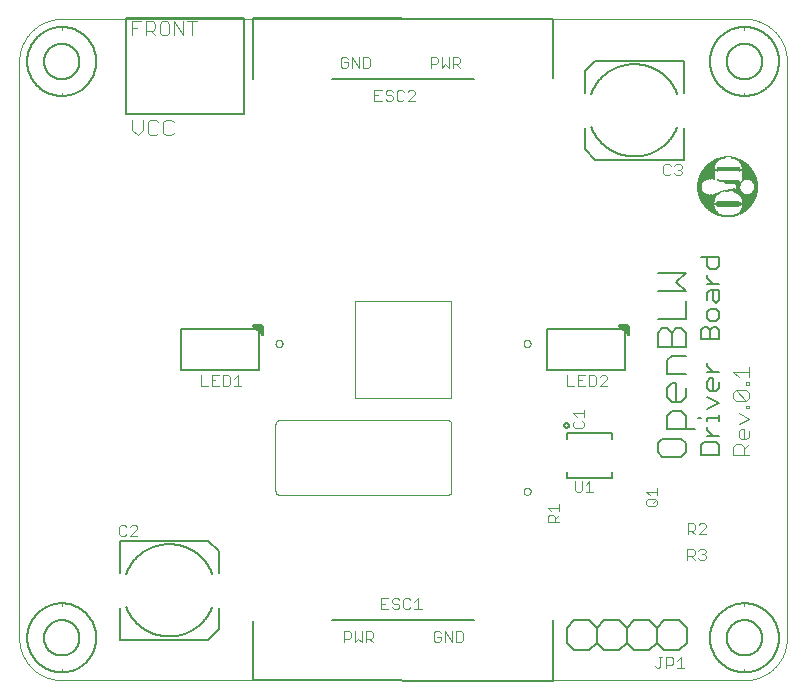
<source format=gto>
G75*
%MOIN*%
%OFA0B0*%
%FSLAX25Y25*%
%IPPOS*%
%LPD*%
%AMOC8*
5,1,8,0,0,1.08239X$1,22.5*
%
%ADD10C,0.00000*%
%ADD11C,0.00800*%
%ADD12C,0.00500*%
%ADD13C,0.00400*%
%ADD14C,0.00300*%
%ADD15C,0.00200*%
%ADD16C,0.00600*%
%ADD17R,0.00039X0.01772*%
%ADD18R,0.00039X0.02480*%
%ADD19R,0.00039X0.03031*%
%ADD20R,0.00039X0.03504*%
%ADD21R,0.00039X0.03976*%
%ADD22R,0.00039X0.04291*%
%ADD23R,0.00039X0.04685*%
%ADD24R,0.00039X0.05000*%
%ADD25R,0.00039X0.05315*%
%ADD26R,0.00039X0.05551*%
%ADD27R,0.00039X0.05866*%
%ADD28R,0.00039X0.06102*%
%ADD29R,0.00039X0.06339*%
%ADD30R,0.00039X0.06575*%
%ADD31R,0.00039X0.06811*%
%ADD32R,0.00039X0.06969*%
%ADD33R,0.00039X0.07205*%
%ADD34R,0.00039X0.07441*%
%ADD35R,0.00039X0.07598*%
%ADD36R,0.00039X0.07756*%
%ADD37R,0.00039X0.07992*%
%ADD38R,0.00039X0.08150*%
%ADD39R,0.00039X0.08307*%
%ADD40R,0.00039X0.08465*%
%ADD41R,0.00039X0.08701*%
%ADD42R,0.00039X0.08858*%
%ADD43R,0.00039X0.09016*%
%ADD44R,0.00039X0.09173*%
%ADD45R,0.00039X0.04134*%
%ADD46R,0.00039X0.03937*%
%ADD47R,0.00039X0.04094*%
%ADD48R,0.00039X0.03898*%
%ADD49R,0.00039X0.04055*%
%ADD50R,0.00039X0.03858*%
%ADD51R,0.00039X0.04016*%
%ADD52R,0.00039X0.03819*%
%ADD53R,0.00039X0.04173*%
%ADD54R,0.00039X0.04213*%
%ADD55R,0.00039X0.04252*%
%ADD56R,0.00039X0.04331*%
%ADD57R,0.00039X0.04409*%
%ADD58R,0.00039X0.04449*%
%ADD59R,0.00039X0.04488*%
%ADD60R,0.00039X0.04370*%
%ADD61R,0.00039X0.04528*%
%ADD62R,0.00039X0.04567*%
%ADD63R,0.00039X0.04606*%
%ADD64R,0.00039X0.04646*%
%ADD65R,0.00039X0.04724*%
%ADD66R,0.00039X0.04764*%
%ADD67R,0.00039X0.04803*%
%ADD68R,0.00039X0.04843*%
%ADD69R,0.00039X0.04882*%
%ADD70R,0.00039X0.04921*%
%ADD71R,0.00039X0.04961*%
%ADD72R,0.00039X0.05039*%
%ADD73R,0.00039X0.05079*%
%ADD74R,0.00039X0.05118*%
%ADD75R,0.00039X0.05157*%
%ADD76R,0.00039X0.05197*%
%ADD77R,0.00039X0.05236*%
%ADD78R,0.00039X0.05276*%
%ADD79R,0.00039X0.05354*%
%ADD80R,0.00039X0.05394*%
%ADD81R,0.00039X0.05433*%
%ADD82R,0.00039X0.05472*%
%ADD83R,0.00039X0.05512*%
%ADD84R,0.00039X0.05591*%
%ADD85R,0.00039X0.05630*%
%ADD86R,0.00039X0.05669*%
%ADD87R,0.00039X0.05709*%
%ADD88R,0.00039X0.05748*%
%ADD89R,0.00039X0.05787*%
%ADD90R,0.00039X0.05827*%
%ADD91R,0.00039X0.05906*%
%ADD92R,0.00039X0.05945*%
%ADD93R,0.00039X0.05984*%
%ADD94R,0.00039X0.06024*%
%ADD95R,0.00039X0.06063*%
%ADD96R,0.00039X0.06142*%
%ADD97R,0.00039X0.06181*%
%ADD98R,0.00039X0.06220*%
%ADD99R,0.00039X0.06260*%
%ADD100R,0.00039X0.06299*%
%ADD101R,0.00039X0.06378*%
%ADD102R,0.00039X0.06457*%
%ADD103R,0.00039X0.06496*%
%ADD104R,0.00039X0.06535*%
%ADD105R,0.00039X0.06614*%
%ADD106R,0.00039X0.06693*%
%ADD107R,0.00039X0.06732*%
%ADD108R,0.00039X0.06654*%
%ADD109R,0.00039X0.02638*%
%ADD110R,0.00039X0.00551*%
%ADD111R,0.00039X0.06850*%
%ADD112R,0.00039X0.02402*%
%ADD113R,0.00039X0.02795*%
%ADD114R,0.00039X0.06890*%
%ADD115R,0.00039X0.02244*%
%ADD116R,0.00039X0.02677*%
%ADD117R,0.00039X0.02087*%
%ADD118R,0.00039X0.02559*%
%ADD119R,0.00039X0.07008*%
%ADD120R,0.00039X0.02008*%
%ADD121R,0.00039X0.02441*%
%ADD122R,0.00039X0.07087*%
%ADD123R,0.00039X0.01850*%
%ADD124R,0.00039X0.02362*%
%ADD125R,0.00039X0.07126*%
%ADD126R,0.00039X0.01811*%
%ADD127R,0.00039X0.02323*%
%ADD128R,0.00039X0.00197*%
%ADD129R,0.00039X0.00591*%
%ADD130R,0.00039X0.02283*%
%ADD131R,0.00039X0.01693*%
%ADD132R,0.00039X0.00118*%
%ADD133R,0.00039X0.02047*%
%ADD134R,0.00039X0.01654*%
%ADD135R,0.00039X0.02205*%
%ADD136R,0.00039X0.01929*%
%ADD137R,0.00039X0.01614*%
%ADD138R,0.00039X0.02165*%
%ADD139R,0.00039X0.01535*%
%ADD140R,0.00039X0.01732*%
%ADD141R,0.00039X0.01496*%
%ADD142R,0.00039X0.00157*%
%ADD143R,0.00039X0.01417*%
%ADD144R,0.00039X0.00236*%
%ADD145R,0.00039X0.01378*%
%ADD146R,0.00039X0.00276*%
%ADD147R,0.00039X0.01575*%
%ADD148R,0.00039X0.01339*%
%ADD149R,0.00039X0.00315*%
%ADD150R,0.00039X0.01299*%
%ADD151R,0.00039X0.00394*%
%ADD152R,0.00039X0.01457*%
%ADD153R,0.00039X0.01220*%
%ADD154R,0.00039X0.00472*%
%ADD155R,0.00039X0.00512*%
%ADD156R,0.00039X0.01181*%
%ADD157R,0.00039X0.01102*%
%ADD158R,0.00039X0.00669*%
%ADD159R,0.00039X0.01260*%
%ADD160R,0.00039X0.00709*%
%ADD161R,0.00039X0.00827*%
%ADD162R,0.00039X0.01063*%
%ADD163R,0.00039X0.00945*%
%ADD164R,0.00039X0.01024*%
%ADD165R,0.00039X0.01142*%
%ADD166R,0.00039X0.00984*%
%ADD167R,0.00039X0.00906*%
%ADD168R,0.00039X0.00866*%
%ADD169R,0.00039X0.00787*%
%ADD170R,0.00039X0.00748*%
%ADD171R,0.00039X0.00630*%
%ADD172R,0.00039X0.00433*%
%ADD173R,0.00039X0.00354*%
%ADD174R,0.00039X0.00079*%
%ADD175R,0.00039X0.01890*%
%ADD176R,0.00039X0.01969*%
%ADD177R,0.00039X0.02126*%
%ADD178R,0.00039X0.02598*%
%ADD179R,0.00039X0.02520*%
%ADD180R,0.00039X0.06417*%
%ADD181R,0.00039X0.09409*%
%ADD182R,0.00039X0.09331*%
D10*
X0016773Y0003000D02*
X0244332Y0003000D01*
X0244674Y0003004D01*
X0245017Y0003017D01*
X0245359Y0003037D01*
X0245700Y0003066D01*
X0246040Y0003103D01*
X0246380Y0003149D01*
X0246718Y0003202D01*
X0247055Y0003264D01*
X0247390Y0003334D01*
X0247724Y0003412D01*
X0248055Y0003498D01*
X0248385Y0003592D01*
X0248712Y0003694D01*
X0249036Y0003803D01*
X0249358Y0003921D01*
X0249677Y0004046D01*
X0249992Y0004179D01*
X0250305Y0004320D01*
X0250613Y0004468D01*
X0250919Y0004623D01*
X0251220Y0004786D01*
X0251517Y0004956D01*
X0251810Y0005133D01*
X0252099Y0005318D01*
X0252383Y0005509D01*
X0252663Y0005707D01*
X0252937Y0005911D01*
X0253207Y0006123D01*
X0253471Y0006340D01*
X0253730Y0006564D01*
X0253984Y0006795D01*
X0254232Y0007031D01*
X0254474Y0007273D01*
X0254710Y0007521D01*
X0254941Y0007775D01*
X0255165Y0008034D01*
X0255382Y0008298D01*
X0255594Y0008568D01*
X0255798Y0008842D01*
X0255996Y0009122D01*
X0256187Y0009406D01*
X0256372Y0009695D01*
X0256549Y0009988D01*
X0256719Y0010285D01*
X0256882Y0010586D01*
X0257037Y0010892D01*
X0257185Y0011200D01*
X0257326Y0011513D01*
X0257459Y0011828D01*
X0257584Y0012147D01*
X0257702Y0012469D01*
X0257811Y0012793D01*
X0257913Y0013120D01*
X0258007Y0013450D01*
X0258093Y0013781D01*
X0258171Y0014115D01*
X0258241Y0014450D01*
X0258303Y0014787D01*
X0258356Y0015125D01*
X0258402Y0015465D01*
X0258439Y0015805D01*
X0258468Y0016146D01*
X0258488Y0016488D01*
X0258501Y0016831D01*
X0258505Y0017173D01*
X0258506Y0017173D02*
X0258506Y0209299D01*
X0258505Y0209299D02*
X0258501Y0209641D01*
X0258488Y0209984D01*
X0258468Y0210326D01*
X0258439Y0210667D01*
X0258402Y0211007D01*
X0258356Y0211347D01*
X0258303Y0211685D01*
X0258241Y0212022D01*
X0258171Y0212357D01*
X0258093Y0212691D01*
X0258007Y0213022D01*
X0257913Y0213352D01*
X0257811Y0213679D01*
X0257702Y0214003D01*
X0257584Y0214325D01*
X0257459Y0214644D01*
X0257326Y0214959D01*
X0257185Y0215272D01*
X0257037Y0215580D01*
X0256882Y0215886D01*
X0256719Y0216187D01*
X0256549Y0216484D01*
X0256372Y0216777D01*
X0256187Y0217066D01*
X0255996Y0217350D01*
X0255798Y0217630D01*
X0255594Y0217904D01*
X0255382Y0218174D01*
X0255165Y0218438D01*
X0254941Y0218697D01*
X0254710Y0218951D01*
X0254474Y0219199D01*
X0254232Y0219441D01*
X0253984Y0219677D01*
X0253730Y0219908D01*
X0253471Y0220132D01*
X0253207Y0220349D01*
X0252937Y0220561D01*
X0252663Y0220765D01*
X0252383Y0220963D01*
X0252099Y0221154D01*
X0251810Y0221339D01*
X0251517Y0221516D01*
X0251220Y0221686D01*
X0250919Y0221849D01*
X0250613Y0222004D01*
X0250305Y0222152D01*
X0249992Y0222293D01*
X0249677Y0222426D01*
X0249358Y0222551D01*
X0249036Y0222669D01*
X0248712Y0222778D01*
X0248385Y0222880D01*
X0248055Y0222974D01*
X0247724Y0223060D01*
X0247390Y0223138D01*
X0247055Y0223208D01*
X0246718Y0223270D01*
X0246380Y0223323D01*
X0246040Y0223369D01*
X0245700Y0223406D01*
X0245359Y0223435D01*
X0245017Y0223455D01*
X0244674Y0223468D01*
X0244332Y0223472D01*
X0016773Y0223472D01*
X0016431Y0223468D01*
X0016088Y0223455D01*
X0015746Y0223435D01*
X0015405Y0223406D01*
X0015065Y0223369D01*
X0014725Y0223323D01*
X0014387Y0223270D01*
X0014050Y0223208D01*
X0013715Y0223138D01*
X0013381Y0223060D01*
X0013050Y0222974D01*
X0012720Y0222880D01*
X0012393Y0222778D01*
X0012069Y0222669D01*
X0011747Y0222551D01*
X0011428Y0222426D01*
X0011113Y0222293D01*
X0010800Y0222152D01*
X0010492Y0222004D01*
X0010186Y0221849D01*
X0009885Y0221686D01*
X0009588Y0221516D01*
X0009295Y0221339D01*
X0009006Y0221154D01*
X0008722Y0220963D01*
X0008442Y0220765D01*
X0008168Y0220561D01*
X0007898Y0220349D01*
X0007634Y0220132D01*
X0007375Y0219908D01*
X0007121Y0219677D01*
X0006873Y0219441D01*
X0006631Y0219199D01*
X0006395Y0218951D01*
X0006164Y0218697D01*
X0005940Y0218438D01*
X0005723Y0218174D01*
X0005511Y0217904D01*
X0005307Y0217630D01*
X0005109Y0217350D01*
X0004918Y0217066D01*
X0004733Y0216777D01*
X0004556Y0216484D01*
X0004386Y0216187D01*
X0004223Y0215886D01*
X0004068Y0215580D01*
X0003920Y0215272D01*
X0003779Y0214959D01*
X0003646Y0214644D01*
X0003521Y0214325D01*
X0003403Y0214003D01*
X0003294Y0213679D01*
X0003192Y0213352D01*
X0003098Y0213022D01*
X0003012Y0212691D01*
X0002934Y0212357D01*
X0002864Y0212022D01*
X0002802Y0211685D01*
X0002749Y0211347D01*
X0002703Y0211007D01*
X0002666Y0210667D01*
X0002637Y0210326D01*
X0002617Y0209984D01*
X0002604Y0209641D01*
X0002600Y0209299D01*
X0002600Y0017173D01*
X0002604Y0016831D01*
X0002617Y0016488D01*
X0002637Y0016146D01*
X0002666Y0015805D01*
X0002703Y0015465D01*
X0002749Y0015125D01*
X0002802Y0014787D01*
X0002864Y0014450D01*
X0002934Y0014115D01*
X0003012Y0013781D01*
X0003098Y0013450D01*
X0003192Y0013120D01*
X0003294Y0012793D01*
X0003403Y0012469D01*
X0003521Y0012147D01*
X0003646Y0011828D01*
X0003779Y0011513D01*
X0003920Y0011200D01*
X0004068Y0010892D01*
X0004223Y0010586D01*
X0004386Y0010285D01*
X0004556Y0009988D01*
X0004733Y0009695D01*
X0004918Y0009406D01*
X0005109Y0009122D01*
X0005307Y0008842D01*
X0005511Y0008568D01*
X0005723Y0008298D01*
X0005940Y0008034D01*
X0006164Y0007775D01*
X0006395Y0007521D01*
X0006631Y0007273D01*
X0006873Y0007031D01*
X0007121Y0006795D01*
X0007375Y0006564D01*
X0007634Y0006340D01*
X0007898Y0006123D01*
X0008168Y0005911D01*
X0008442Y0005707D01*
X0008722Y0005509D01*
X0009006Y0005318D01*
X0009295Y0005133D01*
X0009588Y0004956D01*
X0009885Y0004786D01*
X0010186Y0004623D01*
X0010492Y0004468D01*
X0010800Y0004320D01*
X0011113Y0004179D01*
X0011428Y0004046D01*
X0011747Y0003921D01*
X0012069Y0003803D01*
X0012393Y0003694D01*
X0012720Y0003592D01*
X0013050Y0003498D01*
X0013381Y0003412D01*
X0013715Y0003334D01*
X0014050Y0003264D01*
X0014387Y0003202D01*
X0014725Y0003149D01*
X0015065Y0003103D01*
X0015405Y0003066D01*
X0015746Y0003037D01*
X0016088Y0003017D01*
X0016431Y0003004D01*
X0016773Y0003000D01*
X0088033Y0066031D02*
X0088033Y0088433D01*
X0088035Y0088499D01*
X0088040Y0088565D01*
X0088050Y0088631D01*
X0088063Y0088696D01*
X0088079Y0088760D01*
X0088099Y0088823D01*
X0088123Y0088885D01*
X0088150Y0088945D01*
X0088180Y0089004D01*
X0088214Y0089061D01*
X0088251Y0089116D01*
X0088291Y0089169D01*
X0088333Y0089220D01*
X0088379Y0089268D01*
X0088427Y0089314D01*
X0088478Y0089356D01*
X0088531Y0089396D01*
X0088586Y0089433D01*
X0088643Y0089467D01*
X0088702Y0089497D01*
X0088762Y0089524D01*
X0088824Y0089548D01*
X0088887Y0089568D01*
X0088951Y0089584D01*
X0089016Y0089597D01*
X0089082Y0089607D01*
X0089148Y0089612D01*
X0089214Y0089614D01*
X0145513Y0089614D01*
X0145579Y0089612D01*
X0145645Y0089607D01*
X0145711Y0089597D01*
X0145776Y0089584D01*
X0145840Y0089568D01*
X0145903Y0089548D01*
X0145965Y0089524D01*
X0146025Y0089497D01*
X0146084Y0089467D01*
X0146141Y0089433D01*
X0146196Y0089396D01*
X0146249Y0089356D01*
X0146300Y0089314D01*
X0146348Y0089268D01*
X0146394Y0089220D01*
X0146436Y0089169D01*
X0146476Y0089116D01*
X0146513Y0089061D01*
X0146547Y0089004D01*
X0146577Y0088945D01*
X0146604Y0088885D01*
X0146628Y0088823D01*
X0146648Y0088760D01*
X0146664Y0088696D01*
X0146677Y0088631D01*
X0146687Y0088565D01*
X0146692Y0088499D01*
X0146694Y0088433D01*
X0146694Y0065992D01*
X0146692Y0065926D01*
X0146687Y0065860D01*
X0146677Y0065794D01*
X0146664Y0065729D01*
X0146648Y0065665D01*
X0146628Y0065602D01*
X0146604Y0065540D01*
X0146577Y0065480D01*
X0146547Y0065421D01*
X0146513Y0065364D01*
X0146476Y0065309D01*
X0146436Y0065256D01*
X0146394Y0065205D01*
X0146348Y0065157D01*
X0146300Y0065111D01*
X0146249Y0065069D01*
X0146196Y0065029D01*
X0146141Y0064992D01*
X0146084Y0064958D01*
X0146025Y0064928D01*
X0145965Y0064901D01*
X0145903Y0064877D01*
X0145840Y0064857D01*
X0145776Y0064841D01*
X0145711Y0064828D01*
X0145645Y0064818D01*
X0145579Y0064813D01*
X0145513Y0064811D01*
X0089214Y0064811D01*
X0089148Y0064813D01*
X0089082Y0064818D01*
X0089016Y0064828D01*
X0088951Y0064841D01*
X0088887Y0064857D01*
X0088824Y0064877D01*
X0088762Y0064901D01*
X0088702Y0064928D01*
X0088643Y0064958D01*
X0088586Y0064992D01*
X0088531Y0065029D01*
X0088478Y0065069D01*
X0088427Y0065111D01*
X0088379Y0065157D01*
X0088333Y0065205D01*
X0088291Y0065256D01*
X0088251Y0065309D01*
X0088214Y0065364D01*
X0088180Y0065421D01*
X0088150Y0065480D01*
X0088123Y0065540D01*
X0088099Y0065602D01*
X0088079Y0065665D01*
X0088063Y0065729D01*
X0088050Y0065794D01*
X0088040Y0065860D01*
X0088035Y0065926D01*
X0088033Y0065992D01*
X0114411Y0097094D02*
X0146694Y0097094D01*
X0146694Y0129378D01*
X0114411Y0129378D01*
X0114411Y0097094D01*
X0088033Y0115205D02*
X0088035Y0115274D01*
X0088041Y0115342D01*
X0088051Y0115410D01*
X0088065Y0115477D01*
X0088083Y0115544D01*
X0088104Y0115609D01*
X0088130Y0115673D01*
X0088159Y0115735D01*
X0088191Y0115795D01*
X0088227Y0115854D01*
X0088267Y0115910D01*
X0088309Y0115964D01*
X0088355Y0116015D01*
X0088404Y0116064D01*
X0088455Y0116110D01*
X0088509Y0116152D01*
X0088565Y0116192D01*
X0088623Y0116228D01*
X0088684Y0116260D01*
X0088746Y0116289D01*
X0088810Y0116315D01*
X0088875Y0116336D01*
X0088942Y0116354D01*
X0089009Y0116368D01*
X0089077Y0116378D01*
X0089145Y0116384D01*
X0089214Y0116386D01*
X0089283Y0116384D01*
X0089351Y0116378D01*
X0089419Y0116368D01*
X0089486Y0116354D01*
X0089553Y0116336D01*
X0089618Y0116315D01*
X0089682Y0116289D01*
X0089744Y0116260D01*
X0089804Y0116228D01*
X0089863Y0116192D01*
X0089919Y0116152D01*
X0089973Y0116110D01*
X0090024Y0116064D01*
X0090073Y0116015D01*
X0090119Y0115964D01*
X0090161Y0115910D01*
X0090201Y0115854D01*
X0090237Y0115795D01*
X0090269Y0115735D01*
X0090298Y0115673D01*
X0090324Y0115609D01*
X0090345Y0115544D01*
X0090363Y0115477D01*
X0090377Y0115410D01*
X0090387Y0115342D01*
X0090393Y0115274D01*
X0090395Y0115205D01*
X0090393Y0115136D01*
X0090387Y0115068D01*
X0090377Y0115000D01*
X0090363Y0114933D01*
X0090345Y0114866D01*
X0090324Y0114801D01*
X0090298Y0114737D01*
X0090269Y0114675D01*
X0090237Y0114614D01*
X0090201Y0114556D01*
X0090161Y0114500D01*
X0090119Y0114446D01*
X0090073Y0114395D01*
X0090024Y0114346D01*
X0089973Y0114300D01*
X0089919Y0114258D01*
X0089863Y0114218D01*
X0089805Y0114182D01*
X0089744Y0114150D01*
X0089682Y0114121D01*
X0089618Y0114095D01*
X0089553Y0114074D01*
X0089486Y0114056D01*
X0089419Y0114042D01*
X0089351Y0114032D01*
X0089283Y0114026D01*
X0089214Y0114024D01*
X0089145Y0114026D01*
X0089077Y0114032D01*
X0089009Y0114042D01*
X0088942Y0114056D01*
X0088875Y0114074D01*
X0088810Y0114095D01*
X0088746Y0114121D01*
X0088684Y0114150D01*
X0088623Y0114182D01*
X0088565Y0114218D01*
X0088509Y0114258D01*
X0088455Y0114300D01*
X0088404Y0114346D01*
X0088355Y0114395D01*
X0088309Y0114446D01*
X0088267Y0114500D01*
X0088227Y0114556D01*
X0088191Y0114614D01*
X0088159Y0114675D01*
X0088130Y0114737D01*
X0088104Y0114801D01*
X0088083Y0114866D01*
X0088065Y0114933D01*
X0088051Y0115000D01*
X0088041Y0115068D01*
X0088035Y0115136D01*
X0088033Y0115205D01*
X0170710Y0115205D02*
X0170712Y0115274D01*
X0170718Y0115342D01*
X0170728Y0115410D01*
X0170742Y0115477D01*
X0170760Y0115544D01*
X0170781Y0115609D01*
X0170807Y0115673D01*
X0170836Y0115735D01*
X0170868Y0115795D01*
X0170904Y0115854D01*
X0170944Y0115910D01*
X0170986Y0115964D01*
X0171032Y0116015D01*
X0171081Y0116064D01*
X0171132Y0116110D01*
X0171186Y0116152D01*
X0171242Y0116192D01*
X0171300Y0116228D01*
X0171361Y0116260D01*
X0171423Y0116289D01*
X0171487Y0116315D01*
X0171552Y0116336D01*
X0171619Y0116354D01*
X0171686Y0116368D01*
X0171754Y0116378D01*
X0171822Y0116384D01*
X0171891Y0116386D01*
X0171960Y0116384D01*
X0172028Y0116378D01*
X0172096Y0116368D01*
X0172163Y0116354D01*
X0172230Y0116336D01*
X0172295Y0116315D01*
X0172359Y0116289D01*
X0172421Y0116260D01*
X0172481Y0116228D01*
X0172540Y0116192D01*
X0172596Y0116152D01*
X0172650Y0116110D01*
X0172701Y0116064D01*
X0172750Y0116015D01*
X0172796Y0115964D01*
X0172838Y0115910D01*
X0172878Y0115854D01*
X0172914Y0115795D01*
X0172946Y0115735D01*
X0172975Y0115673D01*
X0173001Y0115609D01*
X0173022Y0115544D01*
X0173040Y0115477D01*
X0173054Y0115410D01*
X0173064Y0115342D01*
X0173070Y0115274D01*
X0173072Y0115205D01*
X0173070Y0115136D01*
X0173064Y0115068D01*
X0173054Y0115000D01*
X0173040Y0114933D01*
X0173022Y0114866D01*
X0173001Y0114801D01*
X0172975Y0114737D01*
X0172946Y0114675D01*
X0172914Y0114614D01*
X0172878Y0114556D01*
X0172838Y0114500D01*
X0172796Y0114446D01*
X0172750Y0114395D01*
X0172701Y0114346D01*
X0172650Y0114300D01*
X0172596Y0114258D01*
X0172540Y0114218D01*
X0172482Y0114182D01*
X0172421Y0114150D01*
X0172359Y0114121D01*
X0172295Y0114095D01*
X0172230Y0114074D01*
X0172163Y0114056D01*
X0172096Y0114042D01*
X0172028Y0114032D01*
X0171960Y0114026D01*
X0171891Y0114024D01*
X0171822Y0114026D01*
X0171754Y0114032D01*
X0171686Y0114042D01*
X0171619Y0114056D01*
X0171552Y0114074D01*
X0171487Y0114095D01*
X0171423Y0114121D01*
X0171361Y0114150D01*
X0171300Y0114182D01*
X0171242Y0114218D01*
X0171186Y0114258D01*
X0171132Y0114300D01*
X0171081Y0114346D01*
X0171032Y0114395D01*
X0170986Y0114446D01*
X0170944Y0114500D01*
X0170904Y0114556D01*
X0170868Y0114614D01*
X0170836Y0114675D01*
X0170807Y0114737D01*
X0170781Y0114801D01*
X0170760Y0114866D01*
X0170742Y0114933D01*
X0170728Y0115000D01*
X0170718Y0115068D01*
X0170712Y0115136D01*
X0170710Y0115205D01*
X0170710Y0065992D02*
X0170712Y0066061D01*
X0170718Y0066129D01*
X0170728Y0066197D01*
X0170742Y0066264D01*
X0170760Y0066331D01*
X0170781Y0066396D01*
X0170807Y0066460D01*
X0170836Y0066522D01*
X0170868Y0066582D01*
X0170904Y0066641D01*
X0170944Y0066697D01*
X0170986Y0066751D01*
X0171032Y0066802D01*
X0171081Y0066851D01*
X0171132Y0066897D01*
X0171186Y0066939D01*
X0171242Y0066979D01*
X0171300Y0067015D01*
X0171361Y0067047D01*
X0171423Y0067076D01*
X0171487Y0067102D01*
X0171552Y0067123D01*
X0171619Y0067141D01*
X0171686Y0067155D01*
X0171754Y0067165D01*
X0171822Y0067171D01*
X0171891Y0067173D01*
X0171960Y0067171D01*
X0172028Y0067165D01*
X0172096Y0067155D01*
X0172163Y0067141D01*
X0172230Y0067123D01*
X0172295Y0067102D01*
X0172359Y0067076D01*
X0172421Y0067047D01*
X0172481Y0067015D01*
X0172540Y0066979D01*
X0172596Y0066939D01*
X0172650Y0066897D01*
X0172701Y0066851D01*
X0172750Y0066802D01*
X0172796Y0066751D01*
X0172838Y0066697D01*
X0172878Y0066641D01*
X0172914Y0066582D01*
X0172946Y0066522D01*
X0172975Y0066460D01*
X0173001Y0066396D01*
X0173022Y0066331D01*
X0173040Y0066264D01*
X0173054Y0066197D01*
X0173064Y0066129D01*
X0173070Y0066061D01*
X0173072Y0065992D01*
X0173070Y0065923D01*
X0173064Y0065855D01*
X0173054Y0065787D01*
X0173040Y0065720D01*
X0173022Y0065653D01*
X0173001Y0065588D01*
X0172975Y0065524D01*
X0172946Y0065462D01*
X0172914Y0065401D01*
X0172878Y0065343D01*
X0172838Y0065287D01*
X0172796Y0065233D01*
X0172750Y0065182D01*
X0172701Y0065133D01*
X0172650Y0065087D01*
X0172596Y0065045D01*
X0172540Y0065005D01*
X0172482Y0064969D01*
X0172421Y0064937D01*
X0172359Y0064908D01*
X0172295Y0064882D01*
X0172230Y0064861D01*
X0172163Y0064843D01*
X0172096Y0064829D01*
X0172028Y0064819D01*
X0171960Y0064813D01*
X0171891Y0064811D01*
X0171822Y0064813D01*
X0171754Y0064819D01*
X0171686Y0064829D01*
X0171619Y0064843D01*
X0171552Y0064861D01*
X0171487Y0064882D01*
X0171423Y0064908D01*
X0171361Y0064937D01*
X0171300Y0064969D01*
X0171242Y0065005D01*
X0171186Y0065045D01*
X0171132Y0065087D01*
X0171081Y0065133D01*
X0171032Y0065182D01*
X0170986Y0065233D01*
X0170944Y0065287D01*
X0170904Y0065343D01*
X0170868Y0065401D01*
X0170836Y0065462D01*
X0170807Y0065524D01*
X0170781Y0065588D01*
X0170760Y0065653D01*
X0170742Y0065720D01*
X0170728Y0065787D01*
X0170718Y0065855D01*
X0170712Y0065923D01*
X0170710Y0065992D01*
D11*
X0215492Y0078935D02*
X0217027Y0077400D01*
X0223165Y0077400D01*
X0224700Y0078935D01*
X0224700Y0082004D01*
X0223165Y0083539D01*
X0217027Y0083539D01*
X0215492Y0082004D01*
X0215492Y0078935D01*
X0218561Y0086608D02*
X0218561Y0091212D01*
X0220096Y0092746D01*
X0223165Y0092746D01*
X0224700Y0091212D01*
X0224700Y0086608D01*
X0227769Y0086608D02*
X0218561Y0086608D01*
X0220096Y0095816D02*
X0218561Y0097350D01*
X0218561Y0100420D01*
X0220096Y0101954D01*
X0221631Y0101954D01*
X0221631Y0095816D01*
X0223165Y0095816D02*
X0220096Y0095816D01*
X0223165Y0095816D02*
X0224700Y0097350D01*
X0224700Y0100420D01*
X0224700Y0105024D02*
X0218561Y0105024D01*
X0218561Y0109628D01*
X0220096Y0111162D01*
X0224700Y0111162D01*
X0224700Y0114231D02*
X0224700Y0118835D01*
X0223165Y0120370D01*
X0221631Y0120370D01*
X0220096Y0118835D01*
X0220096Y0114231D01*
X0215492Y0114231D02*
X0215492Y0118835D01*
X0217027Y0120370D01*
X0218561Y0120370D01*
X0220096Y0118835D01*
X0224700Y0114231D02*
X0215492Y0114231D01*
X0215492Y0123439D02*
X0224700Y0123439D01*
X0224700Y0129578D01*
X0224700Y0132647D02*
X0221631Y0135716D01*
X0224700Y0138786D01*
X0215492Y0138786D01*
X0215492Y0132647D02*
X0224700Y0132647D01*
X0224135Y0176465D02*
X0194608Y0176465D01*
X0191065Y0180008D01*
X0191065Y0187094D01*
X0191065Y0198906D02*
X0191065Y0205992D01*
X0194608Y0209535D01*
X0224135Y0209535D01*
X0224135Y0198906D01*
X0224135Y0187094D02*
X0224135Y0176465D01*
X0221970Y0198512D02*
X0221832Y0198860D01*
X0221685Y0199204D01*
X0221530Y0199545D01*
X0221367Y0199882D01*
X0221195Y0200215D01*
X0221015Y0200544D01*
X0220828Y0200868D01*
X0220633Y0201188D01*
X0220429Y0201502D01*
X0220219Y0201812D01*
X0220001Y0202116D01*
X0219775Y0202415D01*
X0219542Y0202709D01*
X0219303Y0202997D01*
X0219056Y0203278D01*
X0218802Y0203554D01*
X0218542Y0203823D01*
X0218276Y0204087D01*
X0218003Y0204343D01*
X0217724Y0204593D01*
X0217439Y0204836D01*
X0217148Y0205072D01*
X0216851Y0205300D01*
X0216549Y0205522D01*
X0216242Y0205736D01*
X0215929Y0205942D01*
X0215612Y0206141D01*
X0215290Y0206332D01*
X0214963Y0206515D01*
X0214632Y0206691D01*
X0214297Y0206858D01*
X0213958Y0207016D01*
X0213615Y0207167D01*
X0213268Y0207309D01*
X0212919Y0207443D01*
X0212566Y0207568D01*
X0212210Y0207684D01*
X0211851Y0207792D01*
X0211490Y0207891D01*
X0211126Y0207982D01*
X0210761Y0208063D01*
X0210393Y0208135D01*
X0210024Y0208199D01*
X0209654Y0208253D01*
X0209282Y0208299D01*
X0208909Y0208335D01*
X0208536Y0208363D01*
X0208162Y0208381D01*
X0207787Y0208390D01*
X0207413Y0208390D01*
X0207038Y0208381D01*
X0206664Y0208363D01*
X0206291Y0208335D01*
X0205918Y0208299D01*
X0205546Y0208253D01*
X0205176Y0208199D01*
X0204807Y0208135D01*
X0204439Y0208063D01*
X0204074Y0207982D01*
X0203710Y0207891D01*
X0203349Y0207792D01*
X0202990Y0207684D01*
X0202634Y0207568D01*
X0202281Y0207443D01*
X0201932Y0207309D01*
X0201585Y0207167D01*
X0201242Y0207016D01*
X0200903Y0206858D01*
X0200568Y0206691D01*
X0200237Y0206515D01*
X0199910Y0206332D01*
X0199588Y0206141D01*
X0199271Y0205942D01*
X0198958Y0205736D01*
X0198651Y0205522D01*
X0198349Y0205300D01*
X0198052Y0205072D01*
X0197761Y0204836D01*
X0197476Y0204593D01*
X0197197Y0204343D01*
X0196924Y0204087D01*
X0196658Y0203823D01*
X0196398Y0203554D01*
X0196144Y0203278D01*
X0195897Y0202997D01*
X0195658Y0202709D01*
X0195425Y0202415D01*
X0195199Y0202116D01*
X0194981Y0201812D01*
X0194771Y0201502D01*
X0194567Y0201188D01*
X0194372Y0200868D01*
X0194185Y0200544D01*
X0194005Y0200215D01*
X0193833Y0199882D01*
X0193670Y0199545D01*
X0193515Y0199204D01*
X0193368Y0198860D01*
X0193230Y0198512D01*
X0180553Y0203768D02*
X0180553Y0223472D01*
X0080553Y0223768D01*
X0080553Y0203472D01*
X0010867Y0209299D02*
X0010869Y0209452D01*
X0010875Y0209606D01*
X0010885Y0209759D01*
X0010899Y0209911D01*
X0010917Y0210064D01*
X0010939Y0210215D01*
X0010964Y0210366D01*
X0010994Y0210517D01*
X0011028Y0210667D01*
X0011065Y0210815D01*
X0011106Y0210963D01*
X0011151Y0211109D01*
X0011200Y0211255D01*
X0011253Y0211399D01*
X0011309Y0211541D01*
X0011369Y0211682D01*
X0011433Y0211822D01*
X0011500Y0211960D01*
X0011571Y0212096D01*
X0011646Y0212230D01*
X0011723Y0212362D01*
X0011805Y0212492D01*
X0011889Y0212620D01*
X0011977Y0212746D01*
X0012068Y0212869D01*
X0012162Y0212990D01*
X0012260Y0213108D01*
X0012360Y0213224D01*
X0012464Y0213337D01*
X0012570Y0213448D01*
X0012679Y0213556D01*
X0012791Y0213661D01*
X0012905Y0213762D01*
X0013023Y0213861D01*
X0013142Y0213957D01*
X0013264Y0214050D01*
X0013389Y0214139D01*
X0013516Y0214226D01*
X0013645Y0214308D01*
X0013776Y0214388D01*
X0013909Y0214464D01*
X0014044Y0214537D01*
X0014181Y0214606D01*
X0014320Y0214671D01*
X0014460Y0214733D01*
X0014602Y0214791D01*
X0014745Y0214846D01*
X0014890Y0214897D01*
X0015036Y0214944D01*
X0015183Y0214987D01*
X0015331Y0215026D01*
X0015480Y0215062D01*
X0015630Y0215093D01*
X0015781Y0215121D01*
X0015932Y0215145D01*
X0016085Y0215165D01*
X0016237Y0215181D01*
X0016390Y0215193D01*
X0016543Y0215201D01*
X0016696Y0215205D01*
X0016850Y0215205D01*
X0017003Y0215201D01*
X0017156Y0215193D01*
X0017309Y0215181D01*
X0017461Y0215165D01*
X0017614Y0215145D01*
X0017765Y0215121D01*
X0017916Y0215093D01*
X0018066Y0215062D01*
X0018215Y0215026D01*
X0018363Y0214987D01*
X0018510Y0214944D01*
X0018656Y0214897D01*
X0018801Y0214846D01*
X0018944Y0214791D01*
X0019086Y0214733D01*
X0019226Y0214671D01*
X0019365Y0214606D01*
X0019502Y0214537D01*
X0019637Y0214464D01*
X0019770Y0214388D01*
X0019901Y0214308D01*
X0020030Y0214226D01*
X0020157Y0214139D01*
X0020282Y0214050D01*
X0020404Y0213957D01*
X0020523Y0213861D01*
X0020641Y0213762D01*
X0020755Y0213661D01*
X0020867Y0213556D01*
X0020976Y0213448D01*
X0021082Y0213337D01*
X0021186Y0213224D01*
X0021286Y0213108D01*
X0021384Y0212990D01*
X0021478Y0212869D01*
X0021569Y0212746D01*
X0021657Y0212620D01*
X0021741Y0212492D01*
X0021823Y0212362D01*
X0021900Y0212230D01*
X0021975Y0212096D01*
X0022046Y0211960D01*
X0022113Y0211822D01*
X0022177Y0211682D01*
X0022237Y0211541D01*
X0022293Y0211399D01*
X0022346Y0211255D01*
X0022395Y0211109D01*
X0022440Y0210963D01*
X0022481Y0210815D01*
X0022518Y0210667D01*
X0022552Y0210517D01*
X0022582Y0210366D01*
X0022607Y0210215D01*
X0022629Y0210064D01*
X0022647Y0209911D01*
X0022661Y0209759D01*
X0022671Y0209606D01*
X0022677Y0209452D01*
X0022679Y0209299D01*
X0022677Y0209146D01*
X0022671Y0208992D01*
X0022661Y0208839D01*
X0022647Y0208687D01*
X0022629Y0208534D01*
X0022607Y0208383D01*
X0022582Y0208232D01*
X0022552Y0208081D01*
X0022518Y0207931D01*
X0022481Y0207783D01*
X0022440Y0207635D01*
X0022395Y0207489D01*
X0022346Y0207343D01*
X0022293Y0207199D01*
X0022237Y0207057D01*
X0022177Y0206916D01*
X0022113Y0206776D01*
X0022046Y0206638D01*
X0021975Y0206502D01*
X0021900Y0206368D01*
X0021823Y0206236D01*
X0021741Y0206106D01*
X0021657Y0205978D01*
X0021569Y0205852D01*
X0021478Y0205729D01*
X0021384Y0205608D01*
X0021286Y0205490D01*
X0021186Y0205374D01*
X0021082Y0205261D01*
X0020976Y0205150D01*
X0020867Y0205042D01*
X0020755Y0204937D01*
X0020641Y0204836D01*
X0020523Y0204737D01*
X0020404Y0204641D01*
X0020282Y0204548D01*
X0020157Y0204459D01*
X0020030Y0204372D01*
X0019901Y0204290D01*
X0019770Y0204210D01*
X0019637Y0204134D01*
X0019502Y0204061D01*
X0019365Y0203992D01*
X0019226Y0203927D01*
X0019086Y0203865D01*
X0018944Y0203807D01*
X0018801Y0203752D01*
X0018656Y0203701D01*
X0018510Y0203654D01*
X0018363Y0203611D01*
X0018215Y0203572D01*
X0018066Y0203536D01*
X0017916Y0203505D01*
X0017765Y0203477D01*
X0017614Y0203453D01*
X0017461Y0203433D01*
X0017309Y0203417D01*
X0017156Y0203405D01*
X0017003Y0203397D01*
X0016850Y0203393D01*
X0016696Y0203393D01*
X0016543Y0203397D01*
X0016390Y0203405D01*
X0016237Y0203417D01*
X0016085Y0203433D01*
X0015932Y0203453D01*
X0015781Y0203477D01*
X0015630Y0203505D01*
X0015480Y0203536D01*
X0015331Y0203572D01*
X0015183Y0203611D01*
X0015036Y0203654D01*
X0014890Y0203701D01*
X0014745Y0203752D01*
X0014602Y0203807D01*
X0014460Y0203865D01*
X0014320Y0203927D01*
X0014181Y0203992D01*
X0014044Y0204061D01*
X0013909Y0204134D01*
X0013776Y0204210D01*
X0013645Y0204290D01*
X0013516Y0204372D01*
X0013389Y0204459D01*
X0013264Y0204548D01*
X0013142Y0204641D01*
X0013023Y0204737D01*
X0012905Y0204836D01*
X0012791Y0204937D01*
X0012679Y0205042D01*
X0012570Y0205150D01*
X0012464Y0205261D01*
X0012360Y0205374D01*
X0012260Y0205490D01*
X0012162Y0205608D01*
X0012068Y0205729D01*
X0011977Y0205852D01*
X0011889Y0205978D01*
X0011805Y0206106D01*
X0011723Y0206236D01*
X0011646Y0206368D01*
X0011571Y0206502D01*
X0011500Y0206638D01*
X0011433Y0206776D01*
X0011369Y0206916D01*
X0011309Y0207057D01*
X0011253Y0207199D01*
X0011200Y0207343D01*
X0011151Y0207489D01*
X0011106Y0207635D01*
X0011065Y0207783D01*
X0011028Y0207931D01*
X0010994Y0208081D01*
X0010964Y0208232D01*
X0010939Y0208383D01*
X0010917Y0208534D01*
X0010899Y0208687D01*
X0010885Y0208839D01*
X0010875Y0208992D01*
X0010869Y0209146D01*
X0010867Y0209299D01*
X0036065Y0049535D02*
X0065592Y0049535D01*
X0069135Y0045992D01*
X0069135Y0038906D01*
X0069135Y0027094D02*
X0069135Y0020008D01*
X0065592Y0016465D01*
X0036065Y0016465D01*
X0036065Y0027094D01*
X0036065Y0038906D02*
X0036065Y0049535D01*
X0038230Y0027488D02*
X0038368Y0027140D01*
X0038515Y0026796D01*
X0038670Y0026455D01*
X0038833Y0026118D01*
X0039005Y0025785D01*
X0039185Y0025456D01*
X0039372Y0025132D01*
X0039567Y0024812D01*
X0039771Y0024498D01*
X0039981Y0024188D01*
X0040199Y0023884D01*
X0040425Y0023585D01*
X0040658Y0023291D01*
X0040897Y0023003D01*
X0041144Y0022722D01*
X0041398Y0022446D01*
X0041658Y0022177D01*
X0041924Y0021913D01*
X0042197Y0021657D01*
X0042476Y0021407D01*
X0042761Y0021164D01*
X0043052Y0020928D01*
X0043349Y0020700D01*
X0043651Y0020478D01*
X0043958Y0020264D01*
X0044271Y0020058D01*
X0044588Y0019859D01*
X0044910Y0019668D01*
X0045237Y0019485D01*
X0045568Y0019309D01*
X0045903Y0019142D01*
X0046242Y0018984D01*
X0046585Y0018833D01*
X0046932Y0018691D01*
X0047281Y0018557D01*
X0047634Y0018432D01*
X0047990Y0018316D01*
X0048349Y0018208D01*
X0048710Y0018109D01*
X0049074Y0018018D01*
X0049439Y0017937D01*
X0049807Y0017865D01*
X0050176Y0017801D01*
X0050546Y0017747D01*
X0050918Y0017701D01*
X0051291Y0017665D01*
X0051664Y0017637D01*
X0052038Y0017619D01*
X0052413Y0017610D01*
X0052787Y0017610D01*
X0053162Y0017619D01*
X0053536Y0017637D01*
X0053909Y0017665D01*
X0054282Y0017701D01*
X0054654Y0017747D01*
X0055024Y0017801D01*
X0055393Y0017865D01*
X0055761Y0017937D01*
X0056126Y0018018D01*
X0056490Y0018109D01*
X0056851Y0018208D01*
X0057210Y0018316D01*
X0057566Y0018432D01*
X0057919Y0018557D01*
X0058268Y0018691D01*
X0058615Y0018833D01*
X0058958Y0018984D01*
X0059297Y0019142D01*
X0059632Y0019309D01*
X0059963Y0019485D01*
X0060290Y0019668D01*
X0060612Y0019859D01*
X0060929Y0020058D01*
X0061242Y0020264D01*
X0061549Y0020478D01*
X0061851Y0020700D01*
X0062148Y0020928D01*
X0062439Y0021164D01*
X0062724Y0021407D01*
X0063003Y0021657D01*
X0063276Y0021913D01*
X0063542Y0022177D01*
X0063802Y0022446D01*
X0064056Y0022722D01*
X0064303Y0023003D01*
X0064542Y0023291D01*
X0064775Y0023585D01*
X0065001Y0023884D01*
X0065219Y0024188D01*
X0065429Y0024498D01*
X0065633Y0024812D01*
X0065828Y0025132D01*
X0066015Y0025456D01*
X0066195Y0025785D01*
X0066367Y0026118D01*
X0066530Y0026455D01*
X0066685Y0026796D01*
X0066832Y0027140D01*
X0066970Y0027488D01*
X0080553Y0022705D02*
X0080553Y0003000D01*
X0180553Y0002705D01*
X0180553Y0023000D01*
X0238426Y0017173D02*
X0238428Y0017326D01*
X0238434Y0017480D01*
X0238444Y0017633D01*
X0238458Y0017785D01*
X0238476Y0017938D01*
X0238498Y0018089D01*
X0238523Y0018240D01*
X0238553Y0018391D01*
X0238587Y0018541D01*
X0238624Y0018689D01*
X0238665Y0018837D01*
X0238710Y0018983D01*
X0238759Y0019129D01*
X0238812Y0019273D01*
X0238868Y0019415D01*
X0238928Y0019556D01*
X0238992Y0019696D01*
X0239059Y0019834D01*
X0239130Y0019970D01*
X0239205Y0020104D01*
X0239282Y0020236D01*
X0239364Y0020366D01*
X0239448Y0020494D01*
X0239536Y0020620D01*
X0239627Y0020743D01*
X0239721Y0020864D01*
X0239819Y0020982D01*
X0239919Y0021098D01*
X0240023Y0021211D01*
X0240129Y0021322D01*
X0240238Y0021430D01*
X0240350Y0021535D01*
X0240464Y0021636D01*
X0240582Y0021735D01*
X0240701Y0021831D01*
X0240823Y0021924D01*
X0240948Y0022013D01*
X0241075Y0022100D01*
X0241204Y0022182D01*
X0241335Y0022262D01*
X0241468Y0022338D01*
X0241603Y0022411D01*
X0241740Y0022480D01*
X0241879Y0022545D01*
X0242019Y0022607D01*
X0242161Y0022665D01*
X0242304Y0022720D01*
X0242449Y0022771D01*
X0242595Y0022818D01*
X0242742Y0022861D01*
X0242890Y0022900D01*
X0243039Y0022936D01*
X0243189Y0022967D01*
X0243340Y0022995D01*
X0243491Y0023019D01*
X0243644Y0023039D01*
X0243796Y0023055D01*
X0243949Y0023067D01*
X0244102Y0023075D01*
X0244255Y0023079D01*
X0244409Y0023079D01*
X0244562Y0023075D01*
X0244715Y0023067D01*
X0244868Y0023055D01*
X0245020Y0023039D01*
X0245173Y0023019D01*
X0245324Y0022995D01*
X0245475Y0022967D01*
X0245625Y0022936D01*
X0245774Y0022900D01*
X0245922Y0022861D01*
X0246069Y0022818D01*
X0246215Y0022771D01*
X0246360Y0022720D01*
X0246503Y0022665D01*
X0246645Y0022607D01*
X0246785Y0022545D01*
X0246924Y0022480D01*
X0247061Y0022411D01*
X0247196Y0022338D01*
X0247329Y0022262D01*
X0247460Y0022182D01*
X0247589Y0022100D01*
X0247716Y0022013D01*
X0247841Y0021924D01*
X0247963Y0021831D01*
X0248082Y0021735D01*
X0248200Y0021636D01*
X0248314Y0021535D01*
X0248426Y0021430D01*
X0248535Y0021322D01*
X0248641Y0021211D01*
X0248745Y0021098D01*
X0248845Y0020982D01*
X0248943Y0020864D01*
X0249037Y0020743D01*
X0249128Y0020620D01*
X0249216Y0020494D01*
X0249300Y0020366D01*
X0249382Y0020236D01*
X0249459Y0020104D01*
X0249534Y0019970D01*
X0249605Y0019834D01*
X0249672Y0019696D01*
X0249736Y0019556D01*
X0249796Y0019415D01*
X0249852Y0019273D01*
X0249905Y0019129D01*
X0249954Y0018983D01*
X0249999Y0018837D01*
X0250040Y0018689D01*
X0250077Y0018541D01*
X0250111Y0018391D01*
X0250141Y0018240D01*
X0250166Y0018089D01*
X0250188Y0017938D01*
X0250206Y0017785D01*
X0250220Y0017633D01*
X0250230Y0017480D01*
X0250236Y0017326D01*
X0250238Y0017173D01*
X0250236Y0017020D01*
X0250230Y0016866D01*
X0250220Y0016713D01*
X0250206Y0016561D01*
X0250188Y0016408D01*
X0250166Y0016257D01*
X0250141Y0016106D01*
X0250111Y0015955D01*
X0250077Y0015805D01*
X0250040Y0015657D01*
X0249999Y0015509D01*
X0249954Y0015363D01*
X0249905Y0015217D01*
X0249852Y0015073D01*
X0249796Y0014931D01*
X0249736Y0014790D01*
X0249672Y0014650D01*
X0249605Y0014512D01*
X0249534Y0014376D01*
X0249459Y0014242D01*
X0249382Y0014110D01*
X0249300Y0013980D01*
X0249216Y0013852D01*
X0249128Y0013726D01*
X0249037Y0013603D01*
X0248943Y0013482D01*
X0248845Y0013364D01*
X0248745Y0013248D01*
X0248641Y0013135D01*
X0248535Y0013024D01*
X0248426Y0012916D01*
X0248314Y0012811D01*
X0248200Y0012710D01*
X0248082Y0012611D01*
X0247963Y0012515D01*
X0247841Y0012422D01*
X0247716Y0012333D01*
X0247589Y0012246D01*
X0247460Y0012164D01*
X0247329Y0012084D01*
X0247196Y0012008D01*
X0247061Y0011935D01*
X0246924Y0011866D01*
X0246785Y0011801D01*
X0246645Y0011739D01*
X0246503Y0011681D01*
X0246360Y0011626D01*
X0246215Y0011575D01*
X0246069Y0011528D01*
X0245922Y0011485D01*
X0245774Y0011446D01*
X0245625Y0011410D01*
X0245475Y0011379D01*
X0245324Y0011351D01*
X0245173Y0011327D01*
X0245020Y0011307D01*
X0244868Y0011291D01*
X0244715Y0011279D01*
X0244562Y0011271D01*
X0244409Y0011267D01*
X0244255Y0011267D01*
X0244102Y0011271D01*
X0243949Y0011279D01*
X0243796Y0011291D01*
X0243644Y0011307D01*
X0243491Y0011327D01*
X0243340Y0011351D01*
X0243189Y0011379D01*
X0243039Y0011410D01*
X0242890Y0011446D01*
X0242742Y0011485D01*
X0242595Y0011528D01*
X0242449Y0011575D01*
X0242304Y0011626D01*
X0242161Y0011681D01*
X0242019Y0011739D01*
X0241879Y0011801D01*
X0241740Y0011866D01*
X0241603Y0011935D01*
X0241468Y0012008D01*
X0241335Y0012084D01*
X0241204Y0012164D01*
X0241075Y0012246D01*
X0240948Y0012333D01*
X0240823Y0012422D01*
X0240701Y0012515D01*
X0240582Y0012611D01*
X0240464Y0012710D01*
X0240350Y0012811D01*
X0240238Y0012916D01*
X0240129Y0013024D01*
X0240023Y0013135D01*
X0239919Y0013248D01*
X0239819Y0013364D01*
X0239721Y0013482D01*
X0239627Y0013603D01*
X0239536Y0013726D01*
X0239448Y0013852D01*
X0239364Y0013980D01*
X0239282Y0014110D01*
X0239205Y0014242D01*
X0239130Y0014376D01*
X0239059Y0014512D01*
X0238992Y0014650D01*
X0238928Y0014790D01*
X0238868Y0014931D01*
X0238812Y0015073D01*
X0238759Y0015217D01*
X0238710Y0015363D01*
X0238665Y0015509D01*
X0238624Y0015657D01*
X0238587Y0015805D01*
X0238553Y0015955D01*
X0238523Y0016106D01*
X0238498Y0016257D01*
X0238476Y0016408D01*
X0238458Y0016561D01*
X0238444Y0016713D01*
X0238434Y0016866D01*
X0238428Y0017020D01*
X0238426Y0017173D01*
X0066970Y0038512D02*
X0066832Y0038860D01*
X0066685Y0039204D01*
X0066530Y0039545D01*
X0066367Y0039882D01*
X0066195Y0040215D01*
X0066015Y0040544D01*
X0065828Y0040868D01*
X0065633Y0041188D01*
X0065429Y0041502D01*
X0065219Y0041812D01*
X0065001Y0042116D01*
X0064775Y0042415D01*
X0064542Y0042709D01*
X0064303Y0042997D01*
X0064056Y0043278D01*
X0063802Y0043554D01*
X0063542Y0043823D01*
X0063276Y0044087D01*
X0063003Y0044343D01*
X0062724Y0044593D01*
X0062439Y0044836D01*
X0062148Y0045072D01*
X0061851Y0045300D01*
X0061549Y0045522D01*
X0061242Y0045736D01*
X0060929Y0045942D01*
X0060612Y0046141D01*
X0060290Y0046332D01*
X0059963Y0046515D01*
X0059632Y0046691D01*
X0059297Y0046858D01*
X0058958Y0047016D01*
X0058615Y0047167D01*
X0058268Y0047309D01*
X0057919Y0047443D01*
X0057566Y0047568D01*
X0057210Y0047684D01*
X0056851Y0047792D01*
X0056490Y0047891D01*
X0056126Y0047982D01*
X0055761Y0048063D01*
X0055393Y0048135D01*
X0055024Y0048199D01*
X0054654Y0048253D01*
X0054282Y0048299D01*
X0053909Y0048335D01*
X0053536Y0048363D01*
X0053162Y0048381D01*
X0052787Y0048390D01*
X0052413Y0048390D01*
X0052038Y0048381D01*
X0051664Y0048363D01*
X0051291Y0048335D01*
X0050918Y0048299D01*
X0050546Y0048253D01*
X0050176Y0048199D01*
X0049807Y0048135D01*
X0049439Y0048063D01*
X0049074Y0047982D01*
X0048710Y0047891D01*
X0048349Y0047792D01*
X0047990Y0047684D01*
X0047634Y0047568D01*
X0047281Y0047443D01*
X0046932Y0047309D01*
X0046585Y0047167D01*
X0046242Y0047016D01*
X0045903Y0046858D01*
X0045568Y0046691D01*
X0045237Y0046515D01*
X0044910Y0046332D01*
X0044588Y0046141D01*
X0044271Y0045942D01*
X0043958Y0045736D01*
X0043651Y0045522D01*
X0043349Y0045300D01*
X0043052Y0045072D01*
X0042761Y0044836D01*
X0042476Y0044593D01*
X0042197Y0044343D01*
X0041924Y0044087D01*
X0041658Y0043823D01*
X0041398Y0043554D01*
X0041144Y0043278D01*
X0040897Y0042997D01*
X0040658Y0042709D01*
X0040425Y0042415D01*
X0040199Y0042116D01*
X0039981Y0041812D01*
X0039771Y0041502D01*
X0039567Y0041188D01*
X0039372Y0040868D01*
X0039185Y0040544D01*
X0039005Y0040215D01*
X0038833Y0039882D01*
X0038670Y0039545D01*
X0038515Y0039204D01*
X0038368Y0038860D01*
X0038230Y0038512D01*
X0010867Y0017173D02*
X0010869Y0017326D01*
X0010875Y0017480D01*
X0010885Y0017633D01*
X0010899Y0017785D01*
X0010917Y0017938D01*
X0010939Y0018089D01*
X0010964Y0018240D01*
X0010994Y0018391D01*
X0011028Y0018541D01*
X0011065Y0018689D01*
X0011106Y0018837D01*
X0011151Y0018983D01*
X0011200Y0019129D01*
X0011253Y0019273D01*
X0011309Y0019415D01*
X0011369Y0019556D01*
X0011433Y0019696D01*
X0011500Y0019834D01*
X0011571Y0019970D01*
X0011646Y0020104D01*
X0011723Y0020236D01*
X0011805Y0020366D01*
X0011889Y0020494D01*
X0011977Y0020620D01*
X0012068Y0020743D01*
X0012162Y0020864D01*
X0012260Y0020982D01*
X0012360Y0021098D01*
X0012464Y0021211D01*
X0012570Y0021322D01*
X0012679Y0021430D01*
X0012791Y0021535D01*
X0012905Y0021636D01*
X0013023Y0021735D01*
X0013142Y0021831D01*
X0013264Y0021924D01*
X0013389Y0022013D01*
X0013516Y0022100D01*
X0013645Y0022182D01*
X0013776Y0022262D01*
X0013909Y0022338D01*
X0014044Y0022411D01*
X0014181Y0022480D01*
X0014320Y0022545D01*
X0014460Y0022607D01*
X0014602Y0022665D01*
X0014745Y0022720D01*
X0014890Y0022771D01*
X0015036Y0022818D01*
X0015183Y0022861D01*
X0015331Y0022900D01*
X0015480Y0022936D01*
X0015630Y0022967D01*
X0015781Y0022995D01*
X0015932Y0023019D01*
X0016085Y0023039D01*
X0016237Y0023055D01*
X0016390Y0023067D01*
X0016543Y0023075D01*
X0016696Y0023079D01*
X0016850Y0023079D01*
X0017003Y0023075D01*
X0017156Y0023067D01*
X0017309Y0023055D01*
X0017461Y0023039D01*
X0017614Y0023019D01*
X0017765Y0022995D01*
X0017916Y0022967D01*
X0018066Y0022936D01*
X0018215Y0022900D01*
X0018363Y0022861D01*
X0018510Y0022818D01*
X0018656Y0022771D01*
X0018801Y0022720D01*
X0018944Y0022665D01*
X0019086Y0022607D01*
X0019226Y0022545D01*
X0019365Y0022480D01*
X0019502Y0022411D01*
X0019637Y0022338D01*
X0019770Y0022262D01*
X0019901Y0022182D01*
X0020030Y0022100D01*
X0020157Y0022013D01*
X0020282Y0021924D01*
X0020404Y0021831D01*
X0020523Y0021735D01*
X0020641Y0021636D01*
X0020755Y0021535D01*
X0020867Y0021430D01*
X0020976Y0021322D01*
X0021082Y0021211D01*
X0021186Y0021098D01*
X0021286Y0020982D01*
X0021384Y0020864D01*
X0021478Y0020743D01*
X0021569Y0020620D01*
X0021657Y0020494D01*
X0021741Y0020366D01*
X0021823Y0020236D01*
X0021900Y0020104D01*
X0021975Y0019970D01*
X0022046Y0019834D01*
X0022113Y0019696D01*
X0022177Y0019556D01*
X0022237Y0019415D01*
X0022293Y0019273D01*
X0022346Y0019129D01*
X0022395Y0018983D01*
X0022440Y0018837D01*
X0022481Y0018689D01*
X0022518Y0018541D01*
X0022552Y0018391D01*
X0022582Y0018240D01*
X0022607Y0018089D01*
X0022629Y0017938D01*
X0022647Y0017785D01*
X0022661Y0017633D01*
X0022671Y0017480D01*
X0022677Y0017326D01*
X0022679Y0017173D01*
X0022677Y0017020D01*
X0022671Y0016866D01*
X0022661Y0016713D01*
X0022647Y0016561D01*
X0022629Y0016408D01*
X0022607Y0016257D01*
X0022582Y0016106D01*
X0022552Y0015955D01*
X0022518Y0015805D01*
X0022481Y0015657D01*
X0022440Y0015509D01*
X0022395Y0015363D01*
X0022346Y0015217D01*
X0022293Y0015073D01*
X0022237Y0014931D01*
X0022177Y0014790D01*
X0022113Y0014650D01*
X0022046Y0014512D01*
X0021975Y0014376D01*
X0021900Y0014242D01*
X0021823Y0014110D01*
X0021741Y0013980D01*
X0021657Y0013852D01*
X0021569Y0013726D01*
X0021478Y0013603D01*
X0021384Y0013482D01*
X0021286Y0013364D01*
X0021186Y0013248D01*
X0021082Y0013135D01*
X0020976Y0013024D01*
X0020867Y0012916D01*
X0020755Y0012811D01*
X0020641Y0012710D01*
X0020523Y0012611D01*
X0020404Y0012515D01*
X0020282Y0012422D01*
X0020157Y0012333D01*
X0020030Y0012246D01*
X0019901Y0012164D01*
X0019770Y0012084D01*
X0019637Y0012008D01*
X0019502Y0011935D01*
X0019365Y0011866D01*
X0019226Y0011801D01*
X0019086Y0011739D01*
X0018944Y0011681D01*
X0018801Y0011626D01*
X0018656Y0011575D01*
X0018510Y0011528D01*
X0018363Y0011485D01*
X0018215Y0011446D01*
X0018066Y0011410D01*
X0017916Y0011379D01*
X0017765Y0011351D01*
X0017614Y0011327D01*
X0017461Y0011307D01*
X0017309Y0011291D01*
X0017156Y0011279D01*
X0017003Y0011271D01*
X0016850Y0011267D01*
X0016696Y0011267D01*
X0016543Y0011271D01*
X0016390Y0011279D01*
X0016237Y0011291D01*
X0016085Y0011307D01*
X0015932Y0011327D01*
X0015781Y0011351D01*
X0015630Y0011379D01*
X0015480Y0011410D01*
X0015331Y0011446D01*
X0015183Y0011485D01*
X0015036Y0011528D01*
X0014890Y0011575D01*
X0014745Y0011626D01*
X0014602Y0011681D01*
X0014460Y0011739D01*
X0014320Y0011801D01*
X0014181Y0011866D01*
X0014044Y0011935D01*
X0013909Y0012008D01*
X0013776Y0012084D01*
X0013645Y0012164D01*
X0013516Y0012246D01*
X0013389Y0012333D01*
X0013264Y0012422D01*
X0013142Y0012515D01*
X0013023Y0012611D01*
X0012905Y0012710D01*
X0012791Y0012811D01*
X0012679Y0012916D01*
X0012570Y0013024D01*
X0012464Y0013135D01*
X0012360Y0013248D01*
X0012260Y0013364D01*
X0012162Y0013482D01*
X0012068Y0013603D01*
X0011977Y0013726D01*
X0011889Y0013852D01*
X0011805Y0013980D01*
X0011723Y0014110D01*
X0011646Y0014242D01*
X0011571Y0014376D01*
X0011500Y0014512D01*
X0011433Y0014650D01*
X0011369Y0014790D01*
X0011309Y0014931D01*
X0011253Y0015073D01*
X0011200Y0015217D01*
X0011151Y0015363D01*
X0011106Y0015509D01*
X0011065Y0015657D01*
X0011028Y0015805D01*
X0010994Y0015955D01*
X0010964Y0016106D01*
X0010939Y0016257D01*
X0010917Y0016408D01*
X0010899Y0016561D01*
X0010885Y0016713D01*
X0010875Y0016866D01*
X0010869Y0017020D01*
X0010867Y0017173D01*
X0193230Y0187488D02*
X0193368Y0187140D01*
X0193515Y0186796D01*
X0193670Y0186455D01*
X0193833Y0186118D01*
X0194005Y0185785D01*
X0194185Y0185456D01*
X0194372Y0185132D01*
X0194567Y0184812D01*
X0194771Y0184498D01*
X0194981Y0184188D01*
X0195199Y0183884D01*
X0195425Y0183585D01*
X0195658Y0183291D01*
X0195897Y0183003D01*
X0196144Y0182722D01*
X0196398Y0182446D01*
X0196658Y0182177D01*
X0196924Y0181913D01*
X0197197Y0181657D01*
X0197476Y0181407D01*
X0197761Y0181164D01*
X0198052Y0180928D01*
X0198349Y0180700D01*
X0198651Y0180478D01*
X0198958Y0180264D01*
X0199271Y0180058D01*
X0199588Y0179859D01*
X0199910Y0179668D01*
X0200237Y0179485D01*
X0200568Y0179309D01*
X0200903Y0179142D01*
X0201242Y0178984D01*
X0201585Y0178833D01*
X0201932Y0178691D01*
X0202281Y0178557D01*
X0202634Y0178432D01*
X0202990Y0178316D01*
X0203349Y0178208D01*
X0203710Y0178109D01*
X0204074Y0178018D01*
X0204439Y0177937D01*
X0204807Y0177865D01*
X0205176Y0177801D01*
X0205546Y0177747D01*
X0205918Y0177701D01*
X0206291Y0177665D01*
X0206664Y0177637D01*
X0207038Y0177619D01*
X0207413Y0177610D01*
X0207787Y0177610D01*
X0208162Y0177619D01*
X0208536Y0177637D01*
X0208909Y0177665D01*
X0209282Y0177701D01*
X0209654Y0177747D01*
X0210024Y0177801D01*
X0210393Y0177865D01*
X0210761Y0177937D01*
X0211126Y0178018D01*
X0211490Y0178109D01*
X0211851Y0178208D01*
X0212210Y0178316D01*
X0212566Y0178432D01*
X0212919Y0178557D01*
X0213268Y0178691D01*
X0213615Y0178833D01*
X0213958Y0178984D01*
X0214297Y0179142D01*
X0214632Y0179309D01*
X0214963Y0179485D01*
X0215290Y0179668D01*
X0215612Y0179859D01*
X0215929Y0180058D01*
X0216242Y0180264D01*
X0216549Y0180478D01*
X0216851Y0180700D01*
X0217148Y0180928D01*
X0217439Y0181164D01*
X0217724Y0181407D01*
X0218003Y0181657D01*
X0218276Y0181913D01*
X0218542Y0182177D01*
X0218802Y0182446D01*
X0219056Y0182722D01*
X0219303Y0183003D01*
X0219542Y0183291D01*
X0219775Y0183585D01*
X0220001Y0183884D01*
X0220219Y0184188D01*
X0220429Y0184498D01*
X0220633Y0184812D01*
X0220828Y0185132D01*
X0221015Y0185456D01*
X0221195Y0185785D01*
X0221367Y0186118D01*
X0221530Y0186455D01*
X0221685Y0186796D01*
X0221832Y0187140D01*
X0221970Y0187488D01*
X0238426Y0209299D02*
X0238428Y0209452D01*
X0238434Y0209606D01*
X0238444Y0209759D01*
X0238458Y0209911D01*
X0238476Y0210064D01*
X0238498Y0210215D01*
X0238523Y0210366D01*
X0238553Y0210517D01*
X0238587Y0210667D01*
X0238624Y0210815D01*
X0238665Y0210963D01*
X0238710Y0211109D01*
X0238759Y0211255D01*
X0238812Y0211399D01*
X0238868Y0211541D01*
X0238928Y0211682D01*
X0238992Y0211822D01*
X0239059Y0211960D01*
X0239130Y0212096D01*
X0239205Y0212230D01*
X0239282Y0212362D01*
X0239364Y0212492D01*
X0239448Y0212620D01*
X0239536Y0212746D01*
X0239627Y0212869D01*
X0239721Y0212990D01*
X0239819Y0213108D01*
X0239919Y0213224D01*
X0240023Y0213337D01*
X0240129Y0213448D01*
X0240238Y0213556D01*
X0240350Y0213661D01*
X0240464Y0213762D01*
X0240582Y0213861D01*
X0240701Y0213957D01*
X0240823Y0214050D01*
X0240948Y0214139D01*
X0241075Y0214226D01*
X0241204Y0214308D01*
X0241335Y0214388D01*
X0241468Y0214464D01*
X0241603Y0214537D01*
X0241740Y0214606D01*
X0241879Y0214671D01*
X0242019Y0214733D01*
X0242161Y0214791D01*
X0242304Y0214846D01*
X0242449Y0214897D01*
X0242595Y0214944D01*
X0242742Y0214987D01*
X0242890Y0215026D01*
X0243039Y0215062D01*
X0243189Y0215093D01*
X0243340Y0215121D01*
X0243491Y0215145D01*
X0243644Y0215165D01*
X0243796Y0215181D01*
X0243949Y0215193D01*
X0244102Y0215201D01*
X0244255Y0215205D01*
X0244409Y0215205D01*
X0244562Y0215201D01*
X0244715Y0215193D01*
X0244868Y0215181D01*
X0245020Y0215165D01*
X0245173Y0215145D01*
X0245324Y0215121D01*
X0245475Y0215093D01*
X0245625Y0215062D01*
X0245774Y0215026D01*
X0245922Y0214987D01*
X0246069Y0214944D01*
X0246215Y0214897D01*
X0246360Y0214846D01*
X0246503Y0214791D01*
X0246645Y0214733D01*
X0246785Y0214671D01*
X0246924Y0214606D01*
X0247061Y0214537D01*
X0247196Y0214464D01*
X0247329Y0214388D01*
X0247460Y0214308D01*
X0247589Y0214226D01*
X0247716Y0214139D01*
X0247841Y0214050D01*
X0247963Y0213957D01*
X0248082Y0213861D01*
X0248200Y0213762D01*
X0248314Y0213661D01*
X0248426Y0213556D01*
X0248535Y0213448D01*
X0248641Y0213337D01*
X0248745Y0213224D01*
X0248845Y0213108D01*
X0248943Y0212990D01*
X0249037Y0212869D01*
X0249128Y0212746D01*
X0249216Y0212620D01*
X0249300Y0212492D01*
X0249382Y0212362D01*
X0249459Y0212230D01*
X0249534Y0212096D01*
X0249605Y0211960D01*
X0249672Y0211822D01*
X0249736Y0211682D01*
X0249796Y0211541D01*
X0249852Y0211399D01*
X0249905Y0211255D01*
X0249954Y0211109D01*
X0249999Y0210963D01*
X0250040Y0210815D01*
X0250077Y0210667D01*
X0250111Y0210517D01*
X0250141Y0210366D01*
X0250166Y0210215D01*
X0250188Y0210064D01*
X0250206Y0209911D01*
X0250220Y0209759D01*
X0250230Y0209606D01*
X0250236Y0209452D01*
X0250238Y0209299D01*
X0250236Y0209146D01*
X0250230Y0208992D01*
X0250220Y0208839D01*
X0250206Y0208687D01*
X0250188Y0208534D01*
X0250166Y0208383D01*
X0250141Y0208232D01*
X0250111Y0208081D01*
X0250077Y0207931D01*
X0250040Y0207783D01*
X0249999Y0207635D01*
X0249954Y0207489D01*
X0249905Y0207343D01*
X0249852Y0207199D01*
X0249796Y0207057D01*
X0249736Y0206916D01*
X0249672Y0206776D01*
X0249605Y0206638D01*
X0249534Y0206502D01*
X0249459Y0206368D01*
X0249382Y0206236D01*
X0249300Y0206106D01*
X0249216Y0205978D01*
X0249128Y0205852D01*
X0249037Y0205729D01*
X0248943Y0205608D01*
X0248845Y0205490D01*
X0248745Y0205374D01*
X0248641Y0205261D01*
X0248535Y0205150D01*
X0248426Y0205042D01*
X0248314Y0204937D01*
X0248200Y0204836D01*
X0248082Y0204737D01*
X0247963Y0204641D01*
X0247841Y0204548D01*
X0247716Y0204459D01*
X0247589Y0204372D01*
X0247460Y0204290D01*
X0247329Y0204210D01*
X0247196Y0204134D01*
X0247061Y0204061D01*
X0246924Y0203992D01*
X0246785Y0203927D01*
X0246645Y0203865D01*
X0246503Y0203807D01*
X0246360Y0203752D01*
X0246215Y0203701D01*
X0246069Y0203654D01*
X0245922Y0203611D01*
X0245774Y0203572D01*
X0245625Y0203536D01*
X0245475Y0203505D01*
X0245324Y0203477D01*
X0245173Y0203453D01*
X0245020Y0203433D01*
X0244868Y0203417D01*
X0244715Y0203405D01*
X0244562Y0203397D01*
X0244409Y0203393D01*
X0244255Y0203393D01*
X0244102Y0203397D01*
X0243949Y0203405D01*
X0243796Y0203417D01*
X0243644Y0203433D01*
X0243491Y0203453D01*
X0243340Y0203477D01*
X0243189Y0203505D01*
X0243039Y0203536D01*
X0242890Y0203572D01*
X0242742Y0203611D01*
X0242595Y0203654D01*
X0242449Y0203701D01*
X0242304Y0203752D01*
X0242161Y0203807D01*
X0242019Y0203865D01*
X0241879Y0203927D01*
X0241740Y0203992D01*
X0241603Y0204061D01*
X0241468Y0204134D01*
X0241335Y0204210D01*
X0241204Y0204290D01*
X0241075Y0204372D01*
X0240948Y0204459D01*
X0240823Y0204548D01*
X0240701Y0204641D01*
X0240582Y0204737D01*
X0240464Y0204836D01*
X0240350Y0204937D01*
X0240238Y0205042D01*
X0240129Y0205150D01*
X0240023Y0205261D01*
X0239919Y0205374D01*
X0239819Y0205490D01*
X0239721Y0205608D01*
X0239627Y0205729D01*
X0239536Y0205852D01*
X0239448Y0205978D01*
X0239364Y0206106D01*
X0239282Y0206236D01*
X0239205Y0206368D01*
X0239130Y0206502D01*
X0239059Y0206638D01*
X0238992Y0206776D01*
X0238928Y0206916D01*
X0238868Y0207057D01*
X0238812Y0207199D01*
X0238759Y0207343D01*
X0238710Y0207489D01*
X0238665Y0207635D01*
X0238624Y0207783D01*
X0238587Y0207931D01*
X0238553Y0208081D01*
X0238523Y0208232D01*
X0238498Y0208383D01*
X0238476Y0208534D01*
X0238458Y0208687D01*
X0238444Y0208839D01*
X0238434Y0208992D01*
X0238428Y0209146D01*
X0238426Y0209299D01*
D12*
X0235850Y0144105D02*
X0229745Y0144105D01*
X0231780Y0144105D02*
X0231780Y0141052D01*
X0232797Y0140035D01*
X0234832Y0140035D01*
X0235850Y0141052D01*
X0235850Y0144105D01*
X0231780Y0138023D02*
X0231780Y0137005D01*
X0233815Y0134970D01*
X0233815Y0132963D02*
X0233815Y0129911D01*
X0234832Y0128893D01*
X0235850Y0129911D01*
X0235850Y0132963D01*
X0232797Y0132963D01*
X0231780Y0131946D01*
X0231780Y0129911D01*
X0232797Y0126886D02*
X0231780Y0125869D01*
X0231780Y0123834D01*
X0232797Y0122816D01*
X0234832Y0122816D01*
X0235850Y0123834D01*
X0235850Y0125869D01*
X0234832Y0126886D01*
X0232797Y0126886D01*
X0231780Y0120809D02*
X0232797Y0119791D01*
X0232797Y0116739D01*
X0229745Y0116739D02*
X0235850Y0116739D01*
X0235850Y0119791D01*
X0234832Y0120809D01*
X0233815Y0120809D01*
X0232797Y0119791D01*
X0231780Y0120809D02*
X0230762Y0120809D01*
X0229745Y0119791D01*
X0229745Y0116739D01*
X0231780Y0108650D02*
X0231780Y0107632D01*
X0233815Y0105597D01*
X0233815Y0103590D02*
X0233815Y0099520D01*
X0234832Y0099520D02*
X0232797Y0099520D01*
X0231780Y0100538D01*
X0231780Y0102573D01*
X0232797Y0103590D01*
X0233815Y0103590D01*
X0235850Y0102573D02*
X0235850Y0100538D01*
X0234832Y0099520D01*
X0231780Y0097513D02*
X0235850Y0095478D01*
X0231780Y0093443D01*
X0231780Y0090409D02*
X0235850Y0090409D01*
X0235850Y0089392D02*
X0235850Y0091427D01*
X0231780Y0090409D02*
X0231780Y0089392D01*
X0231780Y0087380D02*
X0231780Y0086362D01*
X0233815Y0084327D01*
X0235850Y0084327D02*
X0231780Y0084327D01*
X0230762Y0082320D02*
X0229745Y0081303D01*
X0229745Y0078250D01*
X0235850Y0078250D01*
X0235850Y0081303D01*
X0234832Y0082320D01*
X0230762Y0082320D01*
X0229745Y0090409D02*
X0228727Y0090409D01*
X0231780Y0105597D02*
X0235850Y0105597D01*
X0204608Y0106543D02*
X0204608Y0119929D01*
X0178545Y0119929D01*
X0178545Y0106543D01*
X0204608Y0106543D01*
X0205750Y0117961D02*
X0202600Y0121110D01*
X0202600Y0121504D01*
X0205356Y0121504D01*
X0205750Y0121110D01*
X0205750Y0117961D01*
X0205750Y0118156D02*
X0205554Y0118156D01*
X0205750Y0118655D02*
X0205056Y0118655D01*
X0204557Y0119153D02*
X0205750Y0119153D01*
X0205750Y0119652D02*
X0204059Y0119652D01*
X0203560Y0120150D02*
X0205750Y0120150D01*
X0205750Y0120649D02*
X0203062Y0120649D01*
X0202600Y0121147D02*
X0205713Y0121147D01*
X0231780Y0134970D02*
X0235850Y0134970D01*
X0184313Y0088000D02*
X0184315Y0088056D01*
X0184321Y0088111D01*
X0184331Y0088165D01*
X0184344Y0088219D01*
X0184362Y0088272D01*
X0184383Y0088323D01*
X0184407Y0088373D01*
X0184435Y0088421D01*
X0184467Y0088467D01*
X0184501Y0088511D01*
X0184539Y0088552D01*
X0184579Y0088590D01*
X0184622Y0088625D01*
X0184667Y0088657D01*
X0184715Y0088686D01*
X0184764Y0088712D01*
X0184815Y0088734D01*
X0184867Y0088752D01*
X0184921Y0088766D01*
X0184976Y0088777D01*
X0185031Y0088784D01*
X0185086Y0088787D01*
X0185142Y0088786D01*
X0185197Y0088781D01*
X0185252Y0088772D01*
X0185306Y0088760D01*
X0185359Y0088743D01*
X0185411Y0088723D01*
X0185461Y0088699D01*
X0185509Y0088672D01*
X0185556Y0088642D01*
X0185600Y0088608D01*
X0185642Y0088571D01*
X0185680Y0088531D01*
X0185717Y0088489D01*
X0185750Y0088444D01*
X0185779Y0088398D01*
X0185806Y0088349D01*
X0185828Y0088298D01*
X0185848Y0088246D01*
X0185863Y0088192D01*
X0185875Y0088138D01*
X0185883Y0088083D01*
X0185887Y0088028D01*
X0185887Y0087972D01*
X0185883Y0087917D01*
X0185875Y0087862D01*
X0185863Y0087808D01*
X0185848Y0087754D01*
X0185828Y0087702D01*
X0185806Y0087651D01*
X0185779Y0087602D01*
X0185750Y0087556D01*
X0185717Y0087511D01*
X0185680Y0087469D01*
X0185642Y0087429D01*
X0185600Y0087392D01*
X0185556Y0087358D01*
X0185509Y0087328D01*
X0185461Y0087301D01*
X0185411Y0087277D01*
X0185359Y0087257D01*
X0185306Y0087240D01*
X0185252Y0087228D01*
X0185197Y0087219D01*
X0185142Y0087214D01*
X0185086Y0087213D01*
X0185031Y0087216D01*
X0184976Y0087223D01*
X0184921Y0087234D01*
X0184867Y0087248D01*
X0184815Y0087266D01*
X0184764Y0087288D01*
X0184715Y0087314D01*
X0184667Y0087343D01*
X0184622Y0087375D01*
X0184579Y0087410D01*
X0184539Y0087448D01*
X0184501Y0087489D01*
X0184467Y0087533D01*
X0184435Y0087579D01*
X0184407Y0087627D01*
X0184383Y0087677D01*
X0184362Y0087728D01*
X0184344Y0087781D01*
X0184331Y0087835D01*
X0184321Y0087889D01*
X0184315Y0087944D01*
X0184313Y0088000D01*
X0185100Y0085500D02*
X0185100Y0083500D01*
X0185100Y0085500D02*
X0200100Y0085500D01*
X0200100Y0083500D01*
X0200100Y0072500D02*
X0200100Y0070500D01*
X0185100Y0070500D01*
X0185100Y0072500D01*
X0154175Y0023000D02*
X0106931Y0023000D01*
X0082561Y0106543D02*
X0056498Y0106543D01*
X0056498Y0119929D01*
X0082561Y0119929D01*
X0082561Y0106543D01*
X0083702Y0117961D02*
X0080553Y0121110D01*
X0080553Y0121504D01*
X0083309Y0121504D01*
X0083702Y0121110D01*
X0083702Y0117961D01*
X0083702Y0118156D02*
X0083507Y0118156D01*
X0083702Y0118655D02*
X0083008Y0118655D01*
X0082510Y0119153D02*
X0083702Y0119153D01*
X0083702Y0119652D02*
X0082011Y0119652D01*
X0081513Y0120150D02*
X0083702Y0120150D01*
X0083702Y0120649D02*
X0081014Y0120649D01*
X0080553Y0121147D02*
X0083665Y0121147D01*
X0077443Y0191858D02*
X0038072Y0191858D01*
X0038072Y0223748D01*
X0077443Y0223748D01*
X0077443Y0191858D01*
X0106931Y0203472D02*
X0154175Y0203472D01*
D13*
X0149472Y0207172D02*
X0148271Y0208373D01*
X0148871Y0208373D02*
X0147070Y0208373D01*
X0147070Y0207172D02*
X0147070Y0210776D01*
X0148871Y0210776D01*
X0149472Y0210175D01*
X0149472Y0208974D01*
X0148871Y0208373D01*
X0145789Y0207172D02*
X0145789Y0210776D01*
X0143386Y0210776D02*
X0143386Y0207172D01*
X0144587Y0208373D01*
X0145789Y0207172D01*
X0142105Y0208974D02*
X0141505Y0208373D01*
X0139703Y0208373D01*
X0139703Y0207172D02*
X0139703Y0210776D01*
X0141505Y0210776D01*
X0142105Y0210175D01*
X0142105Y0208974D01*
X0133871Y0199752D02*
X0132670Y0199752D01*
X0132070Y0199151D01*
X0130788Y0199151D02*
X0130188Y0199752D01*
X0128987Y0199752D01*
X0128386Y0199151D01*
X0128386Y0196749D01*
X0128987Y0196149D01*
X0130188Y0196149D01*
X0130788Y0196749D01*
X0132070Y0196149D02*
X0134472Y0198551D01*
X0134472Y0199151D01*
X0133871Y0199752D01*
X0134472Y0196149D02*
X0132070Y0196149D01*
X0127105Y0196749D02*
X0126505Y0196149D01*
X0125304Y0196149D01*
X0124703Y0196749D01*
X0125304Y0197950D02*
X0126505Y0197950D01*
X0127105Y0197350D01*
X0127105Y0196749D01*
X0125304Y0197950D02*
X0124703Y0198551D01*
X0124703Y0199151D01*
X0125304Y0199752D01*
X0126505Y0199752D01*
X0127105Y0199151D01*
X0123422Y0199752D02*
X0121020Y0199752D01*
X0121020Y0196149D01*
X0123422Y0196149D01*
X0122221Y0197950D02*
X0121020Y0197950D01*
X0118871Y0207172D02*
X0117070Y0207172D01*
X0117070Y0210776D01*
X0118871Y0210776D01*
X0119472Y0210175D01*
X0119472Y0207773D01*
X0118871Y0207172D01*
X0115789Y0207172D02*
X0115789Y0210776D01*
X0113386Y0210776D02*
X0115789Y0207172D01*
X0113386Y0207172D02*
X0113386Y0210776D01*
X0112105Y0210175D02*
X0111505Y0210776D01*
X0110304Y0210776D01*
X0109703Y0210175D01*
X0109703Y0207773D01*
X0110304Y0207172D01*
X0111505Y0207172D01*
X0112105Y0207773D01*
X0112105Y0208974D01*
X0110904Y0208974D01*
X0061726Y0222646D02*
X0058657Y0222646D01*
X0060191Y0222646D02*
X0060191Y0218043D01*
X0057122Y0218043D02*
X0057122Y0222646D01*
X0054053Y0222646D02*
X0057122Y0218043D01*
X0054053Y0218043D02*
X0054053Y0222646D01*
X0052518Y0221879D02*
X0051751Y0222646D01*
X0050216Y0222646D01*
X0049449Y0221879D01*
X0049449Y0218810D01*
X0050216Y0218043D01*
X0051751Y0218043D01*
X0052518Y0218810D01*
X0052518Y0221879D01*
X0047914Y0221879D02*
X0047914Y0220344D01*
X0047147Y0219577D01*
X0044845Y0219577D01*
X0044845Y0218043D02*
X0044845Y0222646D01*
X0047147Y0222646D01*
X0047914Y0221879D01*
X0046380Y0219577D02*
X0047914Y0218043D01*
X0043310Y0222646D02*
X0040241Y0222646D01*
X0040241Y0218043D01*
X0040241Y0220344D02*
X0041776Y0220344D01*
X0040300Y0189904D02*
X0040300Y0186435D01*
X0042035Y0184700D01*
X0043770Y0186435D01*
X0043770Y0189904D01*
X0045456Y0189037D02*
X0045456Y0185567D01*
X0046324Y0184700D01*
X0048059Y0184700D01*
X0048926Y0185567D01*
X0050613Y0185567D02*
X0051480Y0184700D01*
X0053215Y0184700D01*
X0054082Y0185567D01*
X0050613Y0185567D02*
X0050613Y0189037D01*
X0051480Y0189904D01*
X0053215Y0189904D01*
X0054082Y0189037D01*
X0048926Y0189037D02*
X0048059Y0189904D01*
X0046324Y0189904D01*
X0045456Y0189037D01*
X0063126Y0104772D02*
X0063126Y0101169D01*
X0065529Y0101169D01*
X0066810Y0101169D02*
X0069212Y0101169D01*
X0070493Y0101169D02*
X0072294Y0101169D01*
X0072895Y0101769D01*
X0072895Y0104171D01*
X0072294Y0104772D01*
X0070493Y0104772D01*
X0070493Y0101169D01*
X0068011Y0102970D02*
X0066810Y0102970D01*
X0066810Y0101169D02*
X0066810Y0104772D01*
X0069212Y0104772D01*
X0074176Y0103571D02*
X0075377Y0104772D01*
X0075377Y0101169D01*
X0074176Y0101169D02*
X0076578Y0101169D01*
X0123253Y0030327D02*
X0123253Y0026724D01*
X0125655Y0026724D01*
X0126936Y0027324D02*
X0127536Y0026724D01*
X0128737Y0026724D01*
X0129338Y0027324D01*
X0129338Y0027925D01*
X0128737Y0028525D01*
X0127536Y0028525D01*
X0126936Y0029126D01*
X0126936Y0029726D01*
X0127536Y0030327D01*
X0128737Y0030327D01*
X0129338Y0029726D01*
X0130619Y0029726D02*
X0130619Y0027324D01*
X0131220Y0026724D01*
X0132421Y0026724D01*
X0133021Y0027324D01*
X0134302Y0026724D02*
X0136704Y0026724D01*
X0135503Y0026724D02*
X0135503Y0030327D01*
X0134302Y0029126D01*
X0133021Y0029726D02*
X0132421Y0030327D01*
X0131220Y0030327D01*
X0130619Y0029726D01*
X0125655Y0030327D02*
X0123253Y0030327D01*
X0123253Y0028525D02*
X0124454Y0028525D01*
X0119921Y0019303D02*
X0120521Y0018703D01*
X0120521Y0017502D01*
X0119921Y0016901D01*
X0118119Y0016901D01*
X0118119Y0015700D02*
X0118119Y0019303D01*
X0119921Y0019303D01*
X0119320Y0016901D02*
X0120521Y0015700D01*
X0116838Y0015700D02*
X0116838Y0019303D01*
X0114436Y0019303D02*
X0114436Y0015700D01*
X0115637Y0016901D01*
X0116838Y0015700D01*
X0113155Y0017502D02*
X0112554Y0016901D01*
X0110753Y0016901D01*
X0110753Y0015700D02*
X0110753Y0019303D01*
X0112554Y0019303D01*
X0113155Y0018703D01*
X0113155Y0017502D01*
X0140753Y0018703D02*
X0140753Y0016301D01*
X0141353Y0015700D01*
X0142554Y0015700D01*
X0143155Y0016301D01*
X0143155Y0017502D01*
X0141954Y0017502D01*
X0143155Y0018703D02*
X0142554Y0019303D01*
X0141353Y0019303D01*
X0140753Y0018703D01*
X0144436Y0019303D02*
X0144436Y0015700D01*
X0146838Y0015700D02*
X0146838Y0019303D01*
X0148119Y0019303D02*
X0149921Y0019303D01*
X0150521Y0018703D01*
X0150521Y0016301D01*
X0149921Y0015700D01*
X0148119Y0015700D01*
X0148119Y0019303D01*
X0144436Y0019303D02*
X0146838Y0015700D01*
X0188401Y0065700D02*
X0187800Y0066301D01*
X0187800Y0069303D01*
X0190202Y0069303D02*
X0190202Y0066301D01*
X0189602Y0065700D01*
X0188401Y0065700D01*
X0191483Y0065700D02*
X0193885Y0065700D01*
X0192684Y0065700D02*
X0192684Y0069303D01*
X0191483Y0068102D01*
X0211573Y0065919D02*
X0212774Y0064718D01*
X0212173Y0063437D02*
X0214575Y0063437D01*
X0215176Y0062836D01*
X0215176Y0061635D01*
X0214575Y0061035D01*
X0212173Y0061035D01*
X0211573Y0061635D01*
X0211573Y0062836D01*
X0212173Y0063437D01*
X0213975Y0062236D02*
X0215176Y0063437D01*
X0215176Y0064718D02*
X0215176Y0067120D01*
X0215176Y0065919D02*
X0211573Y0065919D01*
X0240696Y0078200D02*
X0240696Y0080802D01*
X0241563Y0081670D01*
X0243298Y0081670D01*
X0244165Y0080802D01*
X0244165Y0078200D01*
X0244165Y0079935D02*
X0245900Y0081670D01*
X0245033Y0083356D02*
X0245900Y0084224D01*
X0245900Y0085959D01*
X0244165Y0086826D02*
X0244165Y0083356D01*
X0243298Y0083356D02*
X0242430Y0084224D01*
X0242430Y0085959D01*
X0243298Y0086826D01*
X0244165Y0086826D01*
X0242430Y0088513D02*
X0245900Y0090248D01*
X0242430Y0091982D01*
X0245033Y0093669D02*
X0245033Y0094537D01*
X0245900Y0094537D01*
X0245900Y0093669D01*
X0245033Y0093669D01*
X0245033Y0096247D02*
X0241563Y0096247D01*
X0240696Y0097115D01*
X0240696Y0098850D01*
X0241563Y0099717D01*
X0245033Y0096247D01*
X0245900Y0097115D01*
X0245900Y0098850D01*
X0245033Y0099717D01*
X0241563Y0099717D01*
X0245033Y0101404D02*
X0245033Y0102271D01*
X0245900Y0102271D01*
X0245900Y0101404D01*
X0245033Y0101404D01*
X0245900Y0103982D02*
X0245900Y0107452D01*
X0245900Y0105717D02*
X0240696Y0105717D01*
X0242430Y0103982D01*
X0243298Y0083356D02*
X0245033Y0083356D01*
X0245900Y0078200D02*
X0240696Y0078200D01*
X0198625Y0101169D02*
X0196223Y0101169D01*
X0198625Y0103571D01*
X0198625Y0104171D01*
X0198025Y0104772D01*
X0196824Y0104772D01*
X0196223Y0104171D01*
X0194942Y0104171D02*
X0194942Y0101769D01*
X0194342Y0101169D01*
X0192540Y0101169D01*
X0192540Y0104772D01*
X0194342Y0104772D01*
X0194942Y0104171D01*
X0191259Y0104772D02*
X0188857Y0104772D01*
X0188857Y0101169D01*
X0191259Y0101169D01*
X0190058Y0102970D02*
X0188857Y0102970D01*
X0187576Y0101169D02*
X0185174Y0101169D01*
X0185174Y0104772D01*
X0215752Y0010603D02*
X0216953Y0010603D01*
X0216352Y0010603D02*
X0216352Y0007601D01*
X0215752Y0007000D01*
X0215151Y0007000D01*
X0214551Y0007601D01*
X0218234Y0008201D02*
X0220035Y0008201D01*
X0220636Y0008802D01*
X0220636Y0010003D01*
X0220035Y0010603D01*
X0218234Y0010603D01*
X0218234Y0007000D01*
X0221917Y0007000D02*
X0224319Y0007000D01*
X0223118Y0007000D02*
X0223118Y0010603D01*
X0221917Y0009402D01*
D14*
X0225250Y0043150D02*
X0225250Y0046853D01*
X0227102Y0046853D01*
X0227719Y0046236D01*
X0227719Y0045002D01*
X0227102Y0044384D01*
X0225250Y0044384D01*
X0226484Y0044384D02*
X0227719Y0043150D01*
X0228933Y0043767D02*
X0229550Y0043150D01*
X0230785Y0043150D01*
X0231402Y0043767D01*
X0231402Y0044384D01*
X0230785Y0045002D01*
X0230168Y0045002D01*
X0230785Y0045002D02*
X0231402Y0045619D01*
X0231402Y0046236D01*
X0230785Y0046853D01*
X0229550Y0046853D01*
X0228933Y0046236D01*
X0229067Y0051650D02*
X0231536Y0054119D01*
X0231536Y0054736D01*
X0230918Y0055353D01*
X0229684Y0055353D01*
X0229067Y0054736D01*
X0227852Y0054736D02*
X0227852Y0053502D01*
X0227235Y0052884D01*
X0225384Y0052884D01*
X0225384Y0051650D02*
X0225384Y0055353D01*
X0227235Y0055353D01*
X0227852Y0054736D01*
X0226618Y0052884D02*
X0227852Y0051650D01*
X0229067Y0051650D02*
X0231536Y0051650D01*
X0190859Y0087661D02*
X0190242Y0087044D01*
X0187773Y0087044D01*
X0187156Y0087661D01*
X0187156Y0088895D01*
X0187773Y0089512D01*
X0188391Y0090727D02*
X0187156Y0091961D01*
X0190859Y0091961D01*
X0190859Y0090727D02*
X0190859Y0093195D01*
X0190242Y0089512D02*
X0190859Y0088895D01*
X0190859Y0087661D01*
X0182450Y0061802D02*
X0182450Y0059333D01*
X0182450Y0058119D02*
X0181216Y0056884D01*
X0181216Y0057502D02*
X0181216Y0055650D01*
X0182450Y0055650D02*
X0178747Y0055650D01*
X0178747Y0057502D01*
X0179364Y0058119D01*
X0180598Y0058119D01*
X0181216Y0057502D01*
X0179981Y0059333D02*
X0178747Y0060568D01*
X0182450Y0060568D01*
X0217891Y0171315D02*
X0219125Y0171315D01*
X0219742Y0171933D01*
X0220957Y0171933D02*
X0221574Y0171315D01*
X0222808Y0171315D01*
X0223425Y0171933D01*
X0223425Y0172550D01*
X0222808Y0173167D01*
X0222191Y0173167D01*
X0222808Y0173167D02*
X0223425Y0173784D01*
X0223425Y0174401D01*
X0222808Y0175019D01*
X0221574Y0175019D01*
X0220957Y0174401D01*
X0219742Y0174401D02*
X0219125Y0175019D01*
X0217891Y0175019D01*
X0217273Y0174401D01*
X0217273Y0171933D01*
X0217891Y0171315D01*
X0042012Y0054071D02*
X0041395Y0054688D01*
X0040161Y0054688D01*
X0039543Y0054071D01*
X0038329Y0054071D02*
X0037712Y0054688D01*
X0036477Y0054688D01*
X0035860Y0054071D01*
X0035860Y0051602D01*
X0036477Y0050985D01*
X0037712Y0050985D01*
X0038329Y0051602D01*
X0039543Y0050985D02*
X0042012Y0053453D01*
X0042012Y0054071D01*
X0042012Y0050985D02*
X0039543Y0050985D01*
D15*
X0016773Y0028673D02*
X0016773Y0027673D01*
X0016773Y0006673D02*
X0016773Y0005673D01*
X0016773Y0197799D02*
X0016773Y0198799D01*
X0016773Y0219799D02*
X0016773Y0220799D01*
X0244332Y0220799D02*
X0244332Y0219799D01*
X0244332Y0198799D02*
X0244332Y0197799D01*
X0244332Y0028673D02*
X0244332Y0027673D01*
X0244332Y0006673D02*
X0244332Y0005673D01*
D16*
X0232832Y0017173D02*
X0232835Y0017455D01*
X0232846Y0017737D01*
X0232863Y0018019D01*
X0232887Y0018300D01*
X0232918Y0018581D01*
X0232956Y0018860D01*
X0233001Y0019139D01*
X0233053Y0019417D01*
X0233111Y0019693D01*
X0233177Y0019967D01*
X0233249Y0020240D01*
X0233327Y0020511D01*
X0233412Y0020780D01*
X0233504Y0021047D01*
X0233603Y0021312D01*
X0233707Y0021574D01*
X0233819Y0021833D01*
X0233936Y0022090D01*
X0234060Y0022344D01*
X0234190Y0022594D01*
X0234326Y0022841D01*
X0234468Y0023085D01*
X0234616Y0023325D01*
X0234770Y0023562D01*
X0234930Y0023795D01*
X0235095Y0024024D01*
X0235266Y0024248D01*
X0235442Y0024469D01*
X0235624Y0024684D01*
X0235811Y0024896D01*
X0236003Y0025103D01*
X0236200Y0025305D01*
X0236402Y0025502D01*
X0236609Y0025694D01*
X0236821Y0025881D01*
X0237036Y0026063D01*
X0237257Y0026239D01*
X0237481Y0026410D01*
X0237710Y0026575D01*
X0237943Y0026735D01*
X0238180Y0026889D01*
X0238420Y0027037D01*
X0238664Y0027179D01*
X0238911Y0027315D01*
X0239161Y0027445D01*
X0239415Y0027569D01*
X0239672Y0027686D01*
X0239931Y0027798D01*
X0240193Y0027902D01*
X0240458Y0028001D01*
X0240725Y0028093D01*
X0240994Y0028178D01*
X0241265Y0028256D01*
X0241538Y0028328D01*
X0241812Y0028394D01*
X0242088Y0028452D01*
X0242366Y0028504D01*
X0242645Y0028549D01*
X0242924Y0028587D01*
X0243205Y0028618D01*
X0243486Y0028642D01*
X0243768Y0028659D01*
X0244050Y0028670D01*
X0244332Y0028673D01*
X0244614Y0028670D01*
X0244896Y0028659D01*
X0245178Y0028642D01*
X0245459Y0028618D01*
X0245740Y0028587D01*
X0246019Y0028549D01*
X0246298Y0028504D01*
X0246576Y0028452D01*
X0246852Y0028394D01*
X0247126Y0028328D01*
X0247399Y0028256D01*
X0247670Y0028178D01*
X0247939Y0028093D01*
X0248206Y0028001D01*
X0248471Y0027902D01*
X0248733Y0027798D01*
X0248992Y0027686D01*
X0249249Y0027569D01*
X0249503Y0027445D01*
X0249753Y0027315D01*
X0250000Y0027179D01*
X0250244Y0027037D01*
X0250484Y0026889D01*
X0250721Y0026735D01*
X0250954Y0026575D01*
X0251183Y0026410D01*
X0251407Y0026239D01*
X0251628Y0026063D01*
X0251843Y0025881D01*
X0252055Y0025694D01*
X0252262Y0025502D01*
X0252464Y0025305D01*
X0252661Y0025103D01*
X0252853Y0024896D01*
X0253040Y0024684D01*
X0253222Y0024469D01*
X0253398Y0024248D01*
X0253569Y0024024D01*
X0253734Y0023795D01*
X0253894Y0023562D01*
X0254048Y0023325D01*
X0254196Y0023085D01*
X0254338Y0022841D01*
X0254474Y0022594D01*
X0254604Y0022344D01*
X0254728Y0022090D01*
X0254845Y0021833D01*
X0254957Y0021574D01*
X0255061Y0021312D01*
X0255160Y0021047D01*
X0255252Y0020780D01*
X0255337Y0020511D01*
X0255415Y0020240D01*
X0255487Y0019967D01*
X0255553Y0019693D01*
X0255611Y0019417D01*
X0255663Y0019139D01*
X0255708Y0018860D01*
X0255746Y0018581D01*
X0255777Y0018300D01*
X0255801Y0018019D01*
X0255818Y0017737D01*
X0255829Y0017455D01*
X0255832Y0017173D01*
X0255829Y0016891D01*
X0255818Y0016609D01*
X0255801Y0016327D01*
X0255777Y0016046D01*
X0255746Y0015765D01*
X0255708Y0015486D01*
X0255663Y0015207D01*
X0255611Y0014929D01*
X0255553Y0014653D01*
X0255487Y0014379D01*
X0255415Y0014106D01*
X0255337Y0013835D01*
X0255252Y0013566D01*
X0255160Y0013299D01*
X0255061Y0013034D01*
X0254957Y0012772D01*
X0254845Y0012513D01*
X0254728Y0012256D01*
X0254604Y0012002D01*
X0254474Y0011752D01*
X0254338Y0011505D01*
X0254196Y0011261D01*
X0254048Y0011021D01*
X0253894Y0010784D01*
X0253734Y0010551D01*
X0253569Y0010322D01*
X0253398Y0010098D01*
X0253222Y0009877D01*
X0253040Y0009662D01*
X0252853Y0009450D01*
X0252661Y0009243D01*
X0252464Y0009041D01*
X0252262Y0008844D01*
X0252055Y0008652D01*
X0251843Y0008465D01*
X0251628Y0008283D01*
X0251407Y0008107D01*
X0251183Y0007936D01*
X0250954Y0007771D01*
X0250721Y0007611D01*
X0250484Y0007457D01*
X0250244Y0007309D01*
X0250000Y0007167D01*
X0249753Y0007031D01*
X0249503Y0006901D01*
X0249249Y0006777D01*
X0248992Y0006660D01*
X0248733Y0006548D01*
X0248471Y0006444D01*
X0248206Y0006345D01*
X0247939Y0006253D01*
X0247670Y0006168D01*
X0247399Y0006090D01*
X0247126Y0006018D01*
X0246852Y0005952D01*
X0246576Y0005894D01*
X0246298Y0005842D01*
X0246019Y0005797D01*
X0245740Y0005759D01*
X0245459Y0005728D01*
X0245178Y0005704D01*
X0244896Y0005687D01*
X0244614Y0005676D01*
X0244332Y0005673D01*
X0244050Y0005676D01*
X0243768Y0005687D01*
X0243486Y0005704D01*
X0243205Y0005728D01*
X0242924Y0005759D01*
X0242645Y0005797D01*
X0242366Y0005842D01*
X0242088Y0005894D01*
X0241812Y0005952D01*
X0241538Y0006018D01*
X0241265Y0006090D01*
X0240994Y0006168D01*
X0240725Y0006253D01*
X0240458Y0006345D01*
X0240193Y0006444D01*
X0239931Y0006548D01*
X0239672Y0006660D01*
X0239415Y0006777D01*
X0239161Y0006901D01*
X0238911Y0007031D01*
X0238664Y0007167D01*
X0238420Y0007309D01*
X0238180Y0007457D01*
X0237943Y0007611D01*
X0237710Y0007771D01*
X0237481Y0007936D01*
X0237257Y0008107D01*
X0237036Y0008283D01*
X0236821Y0008465D01*
X0236609Y0008652D01*
X0236402Y0008844D01*
X0236200Y0009041D01*
X0236003Y0009243D01*
X0235811Y0009450D01*
X0235624Y0009662D01*
X0235442Y0009877D01*
X0235266Y0010098D01*
X0235095Y0010322D01*
X0234930Y0010551D01*
X0234770Y0010784D01*
X0234616Y0011021D01*
X0234468Y0011261D01*
X0234326Y0011505D01*
X0234190Y0011752D01*
X0234060Y0012002D01*
X0233936Y0012256D01*
X0233819Y0012513D01*
X0233707Y0012772D01*
X0233603Y0013034D01*
X0233504Y0013299D01*
X0233412Y0013566D01*
X0233327Y0013835D01*
X0233249Y0014106D01*
X0233177Y0014379D01*
X0233111Y0014653D01*
X0233053Y0014929D01*
X0233001Y0015207D01*
X0232956Y0015486D01*
X0232918Y0015765D01*
X0232887Y0016046D01*
X0232863Y0016327D01*
X0232846Y0016609D01*
X0232835Y0016891D01*
X0232832Y0017173D01*
X0225100Y0015500D02*
X0222600Y0013000D01*
X0217600Y0013000D01*
X0215100Y0015500D01*
X0212600Y0013000D01*
X0207600Y0013000D01*
X0205100Y0015500D01*
X0205100Y0020500D01*
X0207600Y0023000D01*
X0212600Y0023000D01*
X0215100Y0020500D01*
X0217600Y0023000D01*
X0222600Y0023000D01*
X0225100Y0020500D01*
X0225100Y0015500D01*
X0215100Y0015500D02*
X0215100Y0020500D01*
X0205100Y0020500D02*
X0202600Y0023000D01*
X0197600Y0023000D01*
X0195100Y0020500D01*
X0192600Y0023000D01*
X0187600Y0023000D01*
X0185100Y0020500D01*
X0185100Y0015500D01*
X0187600Y0013000D01*
X0192600Y0013000D01*
X0195100Y0015500D01*
X0195100Y0020500D01*
X0195100Y0015500D02*
X0197600Y0013000D01*
X0202600Y0013000D01*
X0205100Y0015500D01*
X0005273Y0017173D02*
X0005276Y0017455D01*
X0005287Y0017737D01*
X0005304Y0018019D01*
X0005328Y0018300D01*
X0005359Y0018581D01*
X0005397Y0018860D01*
X0005442Y0019139D01*
X0005494Y0019417D01*
X0005552Y0019693D01*
X0005618Y0019967D01*
X0005690Y0020240D01*
X0005768Y0020511D01*
X0005853Y0020780D01*
X0005945Y0021047D01*
X0006044Y0021312D01*
X0006148Y0021574D01*
X0006260Y0021833D01*
X0006377Y0022090D01*
X0006501Y0022344D01*
X0006631Y0022594D01*
X0006767Y0022841D01*
X0006909Y0023085D01*
X0007057Y0023325D01*
X0007211Y0023562D01*
X0007371Y0023795D01*
X0007536Y0024024D01*
X0007707Y0024248D01*
X0007883Y0024469D01*
X0008065Y0024684D01*
X0008252Y0024896D01*
X0008444Y0025103D01*
X0008641Y0025305D01*
X0008843Y0025502D01*
X0009050Y0025694D01*
X0009262Y0025881D01*
X0009477Y0026063D01*
X0009698Y0026239D01*
X0009922Y0026410D01*
X0010151Y0026575D01*
X0010384Y0026735D01*
X0010621Y0026889D01*
X0010861Y0027037D01*
X0011105Y0027179D01*
X0011352Y0027315D01*
X0011602Y0027445D01*
X0011856Y0027569D01*
X0012113Y0027686D01*
X0012372Y0027798D01*
X0012634Y0027902D01*
X0012899Y0028001D01*
X0013166Y0028093D01*
X0013435Y0028178D01*
X0013706Y0028256D01*
X0013979Y0028328D01*
X0014253Y0028394D01*
X0014529Y0028452D01*
X0014807Y0028504D01*
X0015086Y0028549D01*
X0015365Y0028587D01*
X0015646Y0028618D01*
X0015927Y0028642D01*
X0016209Y0028659D01*
X0016491Y0028670D01*
X0016773Y0028673D01*
X0017055Y0028670D01*
X0017337Y0028659D01*
X0017619Y0028642D01*
X0017900Y0028618D01*
X0018181Y0028587D01*
X0018460Y0028549D01*
X0018739Y0028504D01*
X0019017Y0028452D01*
X0019293Y0028394D01*
X0019567Y0028328D01*
X0019840Y0028256D01*
X0020111Y0028178D01*
X0020380Y0028093D01*
X0020647Y0028001D01*
X0020912Y0027902D01*
X0021174Y0027798D01*
X0021433Y0027686D01*
X0021690Y0027569D01*
X0021944Y0027445D01*
X0022194Y0027315D01*
X0022441Y0027179D01*
X0022685Y0027037D01*
X0022925Y0026889D01*
X0023162Y0026735D01*
X0023395Y0026575D01*
X0023624Y0026410D01*
X0023848Y0026239D01*
X0024069Y0026063D01*
X0024284Y0025881D01*
X0024496Y0025694D01*
X0024703Y0025502D01*
X0024905Y0025305D01*
X0025102Y0025103D01*
X0025294Y0024896D01*
X0025481Y0024684D01*
X0025663Y0024469D01*
X0025839Y0024248D01*
X0026010Y0024024D01*
X0026175Y0023795D01*
X0026335Y0023562D01*
X0026489Y0023325D01*
X0026637Y0023085D01*
X0026779Y0022841D01*
X0026915Y0022594D01*
X0027045Y0022344D01*
X0027169Y0022090D01*
X0027286Y0021833D01*
X0027398Y0021574D01*
X0027502Y0021312D01*
X0027601Y0021047D01*
X0027693Y0020780D01*
X0027778Y0020511D01*
X0027856Y0020240D01*
X0027928Y0019967D01*
X0027994Y0019693D01*
X0028052Y0019417D01*
X0028104Y0019139D01*
X0028149Y0018860D01*
X0028187Y0018581D01*
X0028218Y0018300D01*
X0028242Y0018019D01*
X0028259Y0017737D01*
X0028270Y0017455D01*
X0028273Y0017173D01*
X0028270Y0016891D01*
X0028259Y0016609D01*
X0028242Y0016327D01*
X0028218Y0016046D01*
X0028187Y0015765D01*
X0028149Y0015486D01*
X0028104Y0015207D01*
X0028052Y0014929D01*
X0027994Y0014653D01*
X0027928Y0014379D01*
X0027856Y0014106D01*
X0027778Y0013835D01*
X0027693Y0013566D01*
X0027601Y0013299D01*
X0027502Y0013034D01*
X0027398Y0012772D01*
X0027286Y0012513D01*
X0027169Y0012256D01*
X0027045Y0012002D01*
X0026915Y0011752D01*
X0026779Y0011505D01*
X0026637Y0011261D01*
X0026489Y0011021D01*
X0026335Y0010784D01*
X0026175Y0010551D01*
X0026010Y0010322D01*
X0025839Y0010098D01*
X0025663Y0009877D01*
X0025481Y0009662D01*
X0025294Y0009450D01*
X0025102Y0009243D01*
X0024905Y0009041D01*
X0024703Y0008844D01*
X0024496Y0008652D01*
X0024284Y0008465D01*
X0024069Y0008283D01*
X0023848Y0008107D01*
X0023624Y0007936D01*
X0023395Y0007771D01*
X0023162Y0007611D01*
X0022925Y0007457D01*
X0022685Y0007309D01*
X0022441Y0007167D01*
X0022194Y0007031D01*
X0021944Y0006901D01*
X0021690Y0006777D01*
X0021433Y0006660D01*
X0021174Y0006548D01*
X0020912Y0006444D01*
X0020647Y0006345D01*
X0020380Y0006253D01*
X0020111Y0006168D01*
X0019840Y0006090D01*
X0019567Y0006018D01*
X0019293Y0005952D01*
X0019017Y0005894D01*
X0018739Y0005842D01*
X0018460Y0005797D01*
X0018181Y0005759D01*
X0017900Y0005728D01*
X0017619Y0005704D01*
X0017337Y0005687D01*
X0017055Y0005676D01*
X0016773Y0005673D01*
X0016491Y0005676D01*
X0016209Y0005687D01*
X0015927Y0005704D01*
X0015646Y0005728D01*
X0015365Y0005759D01*
X0015086Y0005797D01*
X0014807Y0005842D01*
X0014529Y0005894D01*
X0014253Y0005952D01*
X0013979Y0006018D01*
X0013706Y0006090D01*
X0013435Y0006168D01*
X0013166Y0006253D01*
X0012899Y0006345D01*
X0012634Y0006444D01*
X0012372Y0006548D01*
X0012113Y0006660D01*
X0011856Y0006777D01*
X0011602Y0006901D01*
X0011352Y0007031D01*
X0011105Y0007167D01*
X0010861Y0007309D01*
X0010621Y0007457D01*
X0010384Y0007611D01*
X0010151Y0007771D01*
X0009922Y0007936D01*
X0009698Y0008107D01*
X0009477Y0008283D01*
X0009262Y0008465D01*
X0009050Y0008652D01*
X0008843Y0008844D01*
X0008641Y0009041D01*
X0008444Y0009243D01*
X0008252Y0009450D01*
X0008065Y0009662D01*
X0007883Y0009877D01*
X0007707Y0010098D01*
X0007536Y0010322D01*
X0007371Y0010551D01*
X0007211Y0010784D01*
X0007057Y0011021D01*
X0006909Y0011261D01*
X0006767Y0011505D01*
X0006631Y0011752D01*
X0006501Y0012002D01*
X0006377Y0012256D01*
X0006260Y0012513D01*
X0006148Y0012772D01*
X0006044Y0013034D01*
X0005945Y0013299D01*
X0005853Y0013566D01*
X0005768Y0013835D01*
X0005690Y0014106D01*
X0005618Y0014379D01*
X0005552Y0014653D01*
X0005494Y0014929D01*
X0005442Y0015207D01*
X0005397Y0015486D01*
X0005359Y0015765D01*
X0005328Y0016046D01*
X0005304Y0016327D01*
X0005287Y0016609D01*
X0005276Y0016891D01*
X0005273Y0017173D01*
X0005273Y0209299D02*
X0005276Y0209581D01*
X0005287Y0209863D01*
X0005304Y0210145D01*
X0005328Y0210426D01*
X0005359Y0210707D01*
X0005397Y0210986D01*
X0005442Y0211265D01*
X0005494Y0211543D01*
X0005552Y0211819D01*
X0005618Y0212093D01*
X0005690Y0212366D01*
X0005768Y0212637D01*
X0005853Y0212906D01*
X0005945Y0213173D01*
X0006044Y0213438D01*
X0006148Y0213700D01*
X0006260Y0213959D01*
X0006377Y0214216D01*
X0006501Y0214470D01*
X0006631Y0214720D01*
X0006767Y0214967D01*
X0006909Y0215211D01*
X0007057Y0215451D01*
X0007211Y0215688D01*
X0007371Y0215921D01*
X0007536Y0216150D01*
X0007707Y0216374D01*
X0007883Y0216595D01*
X0008065Y0216810D01*
X0008252Y0217022D01*
X0008444Y0217229D01*
X0008641Y0217431D01*
X0008843Y0217628D01*
X0009050Y0217820D01*
X0009262Y0218007D01*
X0009477Y0218189D01*
X0009698Y0218365D01*
X0009922Y0218536D01*
X0010151Y0218701D01*
X0010384Y0218861D01*
X0010621Y0219015D01*
X0010861Y0219163D01*
X0011105Y0219305D01*
X0011352Y0219441D01*
X0011602Y0219571D01*
X0011856Y0219695D01*
X0012113Y0219812D01*
X0012372Y0219924D01*
X0012634Y0220028D01*
X0012899Y0220127D01*
X0013166Y0220219D01*
X0013435Y0220304D01*
X0013706Y0220382D01*
X0013979Y0220454D01*
X0014253Y0220520D01*
X0014529Y0220578D01*
X0014807Y0220630D01*
X0015086Y0220675D01*
X0015365Y0220713D01*
X0015646Y0220744D01*
X0015927Y0220768D01*
X0016209Y0220785D01*
X0016491Y0220796D01*
X0016773Y0220799D01*
X0017055Y0220796D01*
X0017337Y0220785D01*
X0017619Y0220768D01*
X0017900Y0220744D01*
X0018181Y0220713D01*
X0018460Y0220675D01*
X0018739Y0220630D01*
X0019017Y0220578D01*
X0019293Y0220520D01*
X0019567Y0220454D01*
X0019840Y0220382D01*
X0020111Y0220304D01*
X0020380Y0220219D01*
X0020647Y0220127D01*
X0020912Y0220028D01*
X0021174Y0219924D01*
X0021433Y0219812D01*
X0021690Y0219695D01*
X0021944Y0219571D01*
X0022194Y0219441D01*
X0022441Y0219305D01*
X0022685Y0219163D01*
X0022925Y0219015D01*
X0023162Y0218861D01*
X0023395Y0218701D01*
X0023624Y0218536D01*
X0023848Y0218365D01*
X0024069Y0218189D01*
X0024284Y0218007D01*
X0024496Y0217820D01*
X0024703Y0217628D01*
X0024905Y0217431D01*
X0025102Y0217229D01*
X0025294Y0217022D01*
X0025481Y0216810D01*
X0025663Y0216595D01*
X0025839Y0216374D01*
X0026010Y0216150D01*
X0026175Y0215921D01*
X0026335Y0215688D01*
X0026489Y0215451D01*
X0026637Y0215211D01*
X0026779Y0214967D01*
X0026915Y0214720D01*
X0027045Y0214470D01*
X0027169Y0214216D01*
X0027286Y0213959D01*
X0027398Y0213700D01*
X0027502Y0213438D01*
X0027601Y0213173D01*
X0027693Y0212906D01*
X0027778Y0212637D01*
X0027856Y0212366D01*
X0027928Y0212093D01*
X0027994Y0211819D01*
X0028052Y0211543D01*
X0028104Y0211265D01*
X0028149Y0210986D01*
X0028187Y0210707D01*
X0028218Y0210426D01*
X0028242Y0210145D01*
X0028259Y0209863D01*
X0028270Y0209581D01*
X0028273Y0209299D01*
X0028270Y0209017D01*
X0028259Y0208735D01*
X0028242Y0208453D01*
X0028218Y0208172D01*
X0028187Y0207891D01*
X0028149Y0207612D01*
X0028104Y0207333D01*
X0028052Y0207055D01*
X0027994Y0206779D01*
X0027928Y0206505D01*
X0027856Y0206232D01*
X0027778Y0205961D01*
X0027693Y0205692D01*
X0027601Y0205425D01*
X0027502Y0205160D01*
X0027398Y0204898D01*
X0027286Y0204639D01*
X0027169Y0204382D01*
X0027045Y0204128D01*
X0026915Y0203878D01*
X0026779Y0203631D01*
X0026637Y0203387D01*
X0026489Y0203147D01*
X0026335Y0202910D01*
X0026175Y0202677D01*
X0026010Y0202448D01*
X0025839Y0202224D01*
X0025663Y0202003D01*
X0025481Y0201788D01*
X0025294Y0201576D01*
X0025102Y0201369D01*
X0024905Y0201167D01*
X0024703Y0200970D01*
X0024496Y0200778D01*
X0024284Y0200591D01*
X0024069Y0200409D01*
X0023848Y0200233D01*
X0023624Y0200062D01*
X0023395Y0199897D01*
X0023162Y0199737D01*
X0022925Y0199583D01*
X0022685Y0199435D01*
X0022441Y0199293D01*
X0022194Y0199157D01*
X0021944Y0199027D01*
X0021690Y0198903D01*
X0021433Y0198786D01*
X0021174Y0198674D01*
X0020912Y0198570D01*
X0020647Y0198471D01*
X0020380Y0198379D01*
X0020111Y0198294D01*
X0019840Y0198216D01*
X0019567Y0198144D01*
X0019293Y0198078D01*
X0019017Y0198020D01*
X0018739Y0197968D01*
X0018460Y0197923D01*
X0018181Y0197885D01*
X0017900Y0197854D01*
X0017619Y0197830D01*
X0017337Y0197813D01*
X0017055Y0197802D01*
X0016773Y0197799D01*
X0016491Y0197802D01*
X0016209Y0197813D01*
X0015927Y0197830D01*
X0015646Y0197854D01*
X0015365Y0197885D01*
X0015086Y0197923D01*
X0014807Y0197968D01*
X0014529Y0198020D01*
X0014253Y0198078D01*
X0013979Y0198144D01*
X0013706Y0198216D01*
X0013435Y0198294D01*
X0013166Y0198379D01*
X0012899Y0198471D01*
X0012634Y0198570D01*
X0012372Y0198674D01*
X0012113Y0198786D01*
X0011856Y0198903D01*
X0011602Y0199027D01*
X0011352Y0199157D01*
X0011105Y0199293D01*
X0010861Y0199435D01*
X0010621Y0199583D01*
X0010384Y0199737D01*
X0010151Y0199897D01*
X0009922Y0200062D01*
X0009698Y0200233D01*
X0009477Y0200409D01*
X0009262Y0200591D01*
X0009050Y0200778D01*
X0008843Y0200970D01*
X0008641Y0201167D01*
X0008444Y0201369D01*
X0008252Y0201576D01*
X0008065Y0201788D01*
X0007883Y0202003D01*
X0007707Y0202224D01*
X0007536Y0202448D01*
X0007371Y0202677D01*
X0007211Y0202910D01*
X0007057Y0203147D01*
X0006909Y0203387D01*
X0006767Y0203631D01*
X0006631Y0203878D01*
X0006501Y0204128D01*
X0006377Y0204382D01*
X0006260Y0204639D01*
X0006148Y0204898D01*
X0006044Y0205160D01*
X0005945Y0205425D01*
X0005853Y0205692D01*
X0005768Y0205961D01*
X0005690Y0206232D01*
X0005618Y0206505D01*
X0005552Y0206779D01*
X0005494Y0207055D01*
X0005442Y0207333D01*
X0005397Y0207612D01*
X0005359Y0207891D01*
X0005328Y0208172D01*
X0005304Y0208453D01*
X0005287Y0208735D01*
X0005276Y0209017D01*
X0005273Y0209299D01*
X0232832Y0209299D02*
X0232835Y0209581D01*
X0232846Y0209863D01*
X0232863Y0210145D01*
X0232887Y0210426D01*
X0232918Y0210707D01*
X0232956Y0210986D01*
X0233001Y0211265D01*
X0233053Y0211543D01*
X0233111Y0211819D01*
X0233177Y0212093D01*
X0233249Y0212366D01*
X0233327Y0212637D01*
X0233412Y0212906D01*
X0233504Y0213173D01*
X0233603Y0213438D01*
X0233707Y0213700D01*
X0233819Y0213959D01*
X0233936Y0214216D01*
X0234060Y0214470D01*
X0234190Y0214720D01*
X0234326Y0214967D01*
X0234468Y0215211D01*
X0234616Y0215451D01*
X0234770Y0215688D01*
X0234930Y0215921D01*
X0235095Y0216150D01*
X0235266Y0216374D01*
X0235442Y0216595D01*
X0235624Y0216810D01*
X0235811Y0217022D01*
X0236003Y0217229D01*
X0236200Y0217431D01*
X0236402Y0217628D01*
X0236609Y0217820D01*
X0236821Y0218007D01*
X0237036Y0218189D01*
X0237257Y0218365D01*
X0237481Y0218536D01*
X0237710Y0218701D01*
X0237943Y0218861D01*
X0238180Y0219015D01*
X0238420Y0219163D01*
X0238664Y0219305D01*
X0238911Y0219441D01*
X0239161Y0219571D01*
X0239415Y0219695D01*
X0239672Y0219812D01*
X0239931Y0219924D01*
X0240193Y0220028D01*
X0240458Y0220127D01*
X0240725Y0220219D01*
X0240994Y0220304D01*
X0241265Y0220382D01*
X0241538Y0220454D01*
X0241812Y0220520D01*
X0242088Y0220578D01*
X0242366Y0220630D01*
X0242645Y0220675D01*
X0242924Y0220713D01*
X0243205Y0220744D01*
X0243486Y0220768D01*
X0243768Y0220785D01*
X0244050Y0220796D01*
X0244332Y0220799D01*
X0244614Y0220796D01*
X0244896Y0220785D01*
X0245178Y0220768D01*
X0245459Y0220744D01*
X0245740Y0220713D01*
X0246019Y0220675D01*
X0246298Y0220630D01*
X0246576Y0220578D01*
X0246852Y0220520D01*
X0247126Y0220454D01*
X0247399Y0220382D01*
X0247670Y0220304D01*
X0247939Y0220219D01*
X0248206Y0220127D01*
X0248471Y0220028D01*
X0248733Y0219924D01*
X0248992Y0219812D01*
X0249249Y0219695D01*
X0249503Y0219571D01*
X0249753Y0219441D01*
X0250000Y0219305D01*
X0250244Y0219163D01*
X0250484Y0219015D01*
X0250721Y0218861D01*
X0250954Y0218701D01*
X0251183Y0218536D01*
X0251407Y0218365D01*
X0251628Y0218189D01*
X0251843Y0218007D01*
X0252055Y0217820D01*
X0252262Y0217628D01*
X0252464Y0217431D01*
X0252661Y0217229D01*
X0252853Y0217022D01*
X0253040Y0216810D01*
X0253222Y0216595D01*
X0253398Y0216374D01*
X0253569Y0216150D01*
X0253734Y0215921D01*
X0253894Y0215688D01*
X0254048Y0215451D01*
X0254196Y0215211D01*
X0254338Y0214967D01*
X0254474Y0214720D01*
X0254604Y0214470D01*
X0254728Y0214216D01*
X0254845Y0213959D01*
X0254957Y0213700D01*
X0255061Y0213438D01*
X0255160Y0213173D01*
X0255252Y0212906D01*
X0255337Y0212637D01*
X0255415Y0212366D01*
X0255487Y0212093D01*
X0255553Y0211819D01*
X0255611Y0211543D01*
X0255663Y0211265D01*
X0255708Y0210986D01*
X0255746Y0210707D01*
X0255777Y0210426D01*
X0255801Y0210145D01*
X0255818Y0209863D01*
X0255829Y0209581D01*
X0255832Y0209299D01*
X0255829Y0209017D01*
X0255818Y0208735D01*
X0255801Y0208453D01*
X0255777Y0208172D01*
X0255746Y0207891D01*
X0255708Y0207612D01*
X0255663Y0207333D01*
X0255611Y0207055D01*
X0255553Y0206779D01*
X0255487Y0206505D01*
X0255415Y0206232D01*
X0255337Y0205961D01*
X0255252Y0205692D01*
X0255160Y0205425D01*
X0255061Y0205160D01*
X0254957Y0204898D01*
X0254845Y0204639D01*
X0254728Y0204382D01*
X0254604Y0204128D01*
X0254474Y0203878D01*
X0254338Y0203631D01*
X0254196Y0203387D01*
X0254048Y0203147D01*
X0253894Y0202910D01*
X0253734Y0202677D01*
X0253569Y0202448D01*
X0253398Y0202224D01*
X0253222Y0202003D01*
X0253040Y0201788D01*
X0252853Y0201576D01*
X0252661Y0201369D01*
X0252464Y0201167D01*
X0252262Y0200970D01*
X0252055Y0200778D01*
X0251843Y0200591D01*
X0251628Y0200409D01*
X0251407Y0200233D01*
X0251183Y0200062D01*
X0250954Y0199897D01*
X0250721Y0199737D01*
X0250484Y0199583D01*
X0250244Y0199435D01*
X0250000Y0199293D01*
X0249753Y0199157D01*
X0249503Y0199027D01*
X0249249Y0198903D01*
X0248992Y0198786D01*
X0248733Y0198674D01*
X0248471Y0198570D01*
X0248206Y0198471D01*
X0247939Y0198379D01*
X0247670Y0198294D01*
X0247399Y0198216D01*
X0247126Y0198144D01*
X0246852Y0198078D01*
X0246576Y0198020D01*
X0246298Y0197968D01*
X0246019Y0197923D01*
X0245740Y0197885D01*
X0245459Y0197854D01*
X0245178Y0197830D01*
X0244896Y0197813D01*
X0244614Y0197802D01*
X0244332Y0197799D01*
X0244050Y0197802D01*
X0243768Y0197813D01*
X0243486Y0197830D01*
X0243205Y0197854D01*
X0242924Y0197885D01*
X0242645Y0197923D01*
X0242366Y0197968D01*
X0242088Y0198020D01*
X0241812Y0198078D01*
X0241538Y0198144D01*
X0241265Y0198216D01*
X0240994Y0198294D01*
X0240725Y0198379D01*
X0240458Y0198471D01*
X0240193Y0198570D01*
X0239931Y0198674D01*
X0239672Y0198786D01*
X0239415Y0198903D01*
X0239161Y0199027D01*
X0238911Y0199157D01*
X0238664Y0199293D01*
X0238420Y0199435D01*
X0238180Y0199583D01*
X0237943Y0199737D01*
X0237710Y0199897D01*
X0237481Y0200062D01*
X0237257Y0200233D01*
X0237036Y0200409D01*
X0236821Y0200591D01*
X0236609Y0200778D01*
X0236402Y0200970D01*
X0236200Y0201167D01*
X0236003Y0201369D01*
X0235811Y0201576D01*
X0235624Y0201788D01*
X0235442Y0202003D01*
X0235266Y0202224D01*
X0235095Y0202448D01*
X0234930Y0202677D01*
X0234770Y0202910D01*
X0234616Y0203147D01*
X0234468Y0203387D01*
X0234326Y0203631D01*
X0234190Y0203878D01*
X0234060Y0204128D01*
X0233936Y0204382D01*
X0233819Y0204639D01*
X0233707Y0204898D01*
X0233603Y0205160D01*
X0233504Y0205425D01*
X0233412Y0205692D01*
X0233327Y0205961D01*
X0233249Y0206232D01*
X0233177Y0206505D01*
X0233111Y0206779D01*
X0233053Y0207055D01*
X0233001Y0207333D01*
X0232956Y0207612D01*
X0232918Y0207891D01*
X0232887Y0208172D01*
X0232863Y0208453D01*
X0232846Y0208735D01*
X0232835Y0209017D01*
X0232832Y0209299D01*
D17*
X0234769Y0175728D03*
X0241856Y0168839D03*
X0248903Y0167461D03*
X0234730Y0159232D03*
X0228903Y0167461D03*
D18*
X0228943Y0167461D03*
X0234533Y0175256D03*
X0248864Y0167461D03*
D19*
X0248824Y0167461D03*
X0243903Y0163917D03*
X0228982Y0167461D03*
D20*
X0229021Y0167461D03*
X0248785Y0167461D03*
D21*
X0248746Y0167461D03*
X0247565Y0170531D03*
X0247446Y0170728D03*
X0247761Y0164744D03*
X0247131Y0163681D03*
X0247092Y0163642D03*
X0247053Y0163602D03*
X0230478Y0163996D03*
X0230399Y0164114D03*
X0230360Y0164193D03*
X0229061Y0167461D03*
D22*
X0229100Y0167461D03*
X0230084Y0164823D03*
X0246462Y0163012D03*
X0246502Y0163051D03*
X0248706Y0167461D03*
X0247801Y0169980D03*
X0246777Y0171555D03*
X0246738Y0171594D03*
D23*
X0246187Y0172028D03*
X0246147Y0172067D03*
X0248667Y0167461D03*
X0245950Y0162657D03*
X0242407Y0167382D03*
X0231856Y0162657D03*
X0229139Y0167461D03*
X0231698Y0172106D03*
D24*
X0232131Y0172382D03*
X0232171Y0172421D03*
X0229179Y0167461D03*
X0232328Y0162382D03*
X0245557Y0162461D03*
X0245596Y0162461D03*
X0248628Y0167461D03*
X0245754Y0172303D03*
D25*
X0245399Y0172461D03*
X0248588Y0167461D03*
X0245202Y0162303D03*
X0232761Y0162185D03*
X0229218Y0167461D03*
X0232643Y0172657D03*
D26*
X0232958Y0172776D03*
X0229257Y0167461D03*
X0233076Y0162067D03*
X0244927Y0162224D03*
X0248549Y0167461D03*
X0245124Y0172579D03*
X0245084Y0172579D03*
D27*
X0248509Y0167461D03*
X0244612Y0162146D03*
X0233549Y0161909D03*
X0233509Y0161909D03*
X0229297Y0167461D03*
X0233391Y0172933D03*
X0233431Y0172933D03*
D28*
X0229336Y0167461D03*
X0233864Y0161831D03*
X0244376Y0162106D03*
X0248470Y0167461D03*
X0244533Y0172736D03*
D29*
X0248431Y0167461D03*
X0244179Y0162106D03*
X0234179Y0161791D03*
X0234139Y0161791D03*
X0229376Y0167461D03*
X0234061Y0173091D03*
X0234100Y0173091D03*
D30*
X0234415Y0173169D03*
X0229415Y0167461D03*
X0243982Y0162106D03*
X0248391Y0167461D03*
D31*
X0248352Y0167461D03*
X0243943Y0172736D03*
X0229454Y0167461D03*
D32*
X0229494Y0167461D03*
X0243824Y0172736D03*
X0248313Y0167461D03*
D33*
X0248273Y0167461D03*
X0229533Y0167461D03*
D34*
X0229572Y0167461D03*
X0248234Y0167461D03*
D35*
X0248194Y0167461D03*
X0229612Y0167461D03*
D36*
X0229651Y0167461D03*
X0248155Y0167461D03*
D37*
X0248116Y0167461D03*
X0229691Y0167461D03*
D38*
X0229730Y0167461D03*
X0248076Y0167461D03*
D39*
X0248037Y0167461D03*
X0229769Y0167461D03*
D40*
X0229809Y0167461D03*
X0247998Y0167461D03*
D41*
X0247958Y0167461D03*
X0229848Y0167461D03*
D42*
X0229887Y0167461D03*
X0247919Y0167461D03*
D43*
X0247880Y0167461D03*
X0229927Y0167461D03*
D44*
X0229966Y0167461D03*
X0247840Y0167461D03*
D45*
X0247761Y0170098D03*
X0247131Y0171161D03*
X0247092Y0171201D03*
X0247053Y0171240D03*
X0247801Y0164862D03*
X0246777Y0163287D03*
X0246738Y0163248D03*
X0230872Y0163524D03*
X0230163Y0164587D03*
X0230202Y0170413D03*
X0230596Y0171043D03*
X0230635Y0171083D03*
X0230675Y0171161D03*
X0230714Y0171201D03*
X0230754Y0171240D03*
D46*
X0247171Y0163740D03*
X0247210Y0163780D03*
X0247722Y0164646D03*
D47*
X0246817Y0163346D03*
X0247722Y0170197D03*
X0247210Y0171063D03*
X0247171Y0171102D03*
X0230557Y0170984D03*
X0230517Y0170945D03*
X0230439Y0170827D03*
X0230320Y0170630D03*
X0230242Y0170472D03*
X0230202Y0164488D03*
X0230793Y0163583D03*
X0230832Y0163543D03*
D48*
X0247250Y0163839D03*
X0247289Y0163878D03*
X0247683Y0164547D03*
D49*
X0246895Y0163406D03*
X0246856Y0163366D03*
X0247683Y0170295D03*
X0247368Y0170846D03*
X0247289Y0170965D03*
X0247250Y0171004D03*
X0230478Y0170886D03*
X0230399Y0170768D03*
X0230360Y0170689D03*
X0230281Y0170571D03*
X0230596Y0163839D03*
X0230675Y0163720D03*
X0230714Y0163681D03*
X0230754Y0163642D03*
D50*
X0247328Y0163937D03*
X0247368Y0163976D03*
X0247407Y0164055D03*
X0247486Y0164173D03*
X0247525Y0164252D03*
X0247604Y0164370D03*
X0247643Y0164449D03*
D51*
X0247013Y0163543D03*
X0246974Y0163504D03*
X0246935Y0163465D03*
X0247643Y0170394D03*
X0247604Y0170472D03*
X0247525Y0170591D03*
X0247486Y0170669D03*
X0247407Y0170787D03*
X0247328Y0170906D03*
X0230635Y0163780D03*
X0230557Y0163898D03*
X0230517Y0163937D03*
X0230439Y0164055D03*
X0230320Y0164252D03*
X0230281Y0164331D03*
X0230242Y0164409D03*
D52*
X0247446Y0164114D03*
X0247565Y0164311D03*
D53*
X0246698Y0163228D03*
X0246659Y0163189D03*
X0247013Y0171299D03*
X0246974Y0171339D03*
X0246935Y0171378D03*
X0230163Y0170315D03*
X0230124Y0164685D03*
X0230911Y0163465D03*
X0230950Y0163425D03*
X0230990Y0163386D03*
D54*
X0231029Y0163327D03*
X0230124Y0170217D03*
X0230793Y0171280D03*
X0230832Y0171319D03*
X0230872Y0171358D03*
X0246895Y0171437D03*
D55*
X0246856Y0171457D03*
X0246817Y0171496D03*
X0246620Y0163150D03*
X0246580Y0163110D03*
X0246541Y0163071D03*
X0231147Y0163228D03*
X0231108Y0163268D03*
X0231069Y0163307D03*
X0230911Y0171417D03*
X0230950Y0171457D03*
X0230990Y0171496D03*
D56*
X0231029Y0171535D03*
X0231069Y0171575D03*
X0231108Y0171614D03*
X0231147Y0171654D03*
X0230084Y0170079D03*
X0231187Y0163189D03*
X0231226Y0163150D03*
X0231265Y0163110D03*
X0246423Y0162992D03*
X0246698Y0171614D03*
X0246659Y0171654D03*
D57*
X0246620Y0171693D03*
X0246580Y0171732D03*
X0246541Y0171772D03*
X0242013Y0167520D03*
X0241974Y0167520D03*
X0246344Y0162913D03*
X0231226Y0171732D03*
X0231187Y0171693D03*
D58*
X0231265Y0171752D03*
X0231305Y0171791D03*
X0231344Y0171831D03*
X0231423Y0162972D03*
X0231462Y0162933D03*
X0242053Y0167500D03*
X0242092Y0167500D03*
X0246462Y0171831D03*
X0246502Y0171791D03*
X0246305Y0162894D03*
X0246265Y0162854D03*
D59*
X0246226Y0162835D03*
X0242131Y0167480D03*
X0246423Y0171850D03*
X0231383Y0171850D03*
X0231502Y0162913D03*
X0231541Y0162874D03*
D60*
X0231383Y0163012D03*
X0231344Y0163051D03*
X0231305Y0163091D03*
X0246383Y0162933D03*
D61*
X0246187Y0162815D03*
X0246147Y0162776D03*
X0242210Y0167461D03*
X0242171Y0167461D03*
X0246383Y0171909D03*
X0231423Y0171909D03*
X0231580Y0162854D03*
X0231620Y0162815D03*
D62*
X0231659Y0162795D03*
X0231462Y0171929D03*
X0231502Y0171969D03*
X0242250Y0167441D03*
X0246344Y0171929D03*
X0246108Y0162756D03*
D63*
X0246069Y0162736D03*
X0246029Y0162697D03*
X0242289Y0167421D03*
X0246305Y0171949D03*
X0246265Y0171988D03*
X0231580Y0172028D03*
X0231541Y0171988D03*
X0231698Y0162776D03*
X0231738Y0162736D03*
D64*
X0231777Y0162717D03*
X0231817Y0162677D03*
X0242328Y0167402D03*
X0242368Y0167402D03*
X0246226Y0172008D03*
X0245990Y0162677D03*
X0231659Y0172087D03*
X0231620Y0172047D03*
D65*
X0231738Y0172126D03*
X0231777Y0172165D03*
X0242446Y0167362D03*
X0242486Y0167323D03*
X0242525Y0167323D03*
X0246108Y0172087D03*
X0245911Y0162638D03*
X0231935Y0162598D03*
X0231895Y0162638D03*
D66*
X0231974Y0162579D03*
X0242565Y0167303D03*
X0242958Y0166909D03*
X0245872Y0162618D03*
X0245832Y0162579D03*
X0246069Y0172106D03*
X0246029Y0172146D03*
X0231817Y0172185D03*
D67*
X0231856Y0172205D03*
X0231895Y0172244D03*
X0242604Y0167283D03*
X0245793Y0162559D03*
X0245990Y0172165D03*
X0232053Y0162520D03*
X0232013Y0162559D03*
D68*
X0232092Y0162500D03*
X0242643Y0167264D03*
X0242919Y0166988D03*
X0245754Y0162539D03*
X0245950Y0172185D03*
X0231935Y0172264D03*
D69*
X0231974Y0172283D03*
X0232013Y0172323D03*
X0242683Y0167244D03*
X0242722Y0167205D03*
X0245714Y0162520D03*
X0245911Y0172205D03*
X0232131Y0162480D03*
D70*
X0232171Y0162461D03*
X0232210Y0162421D03*
X0232250Y0162421D03*
X0242761Y0167185D03*
X0242801Y0167146D03*
X0242840Y0167106D03*
X0242880Y0167067D03*
X0245675Y0162500D03*
X0245872Y0172224D03*
X0245832Y0172264D03*
X0232053Y0172343D03*
D71*
X0232092Y0172362D03*
X0232289Y0162402D03*
X0245635Y0162480D03*
X0245793Y0172283D03*
D72*
X0245714Y0172323D03*
X0245517Y0162441D03*
X0232368Y0162362D03*
X0232250Y0172441D03*
X0232210Y0172441D03*
D73*
X0232289Y0172461D03*
X0232328Y0172500D03*
X0232407Y0162343D03*
X0232446Y0162303D03*
X0245478Y0162421D03*
X0245675Y0172343D03*
D74*
X0245635Y0172362D03*
X0245439Y0162402D03*
X0232525Y0162283D03*
X0232486Y0162283D03*
X0232368Y0172520D03*
D75*
X0232407Y0172539D03*
X0232565Y0162264D03*
X0245399Y0162382D03*
X0245557Y0172382D03*
X0245596Y0172382D03*
D76*
X0245517Y0172402D03*
X0245360Y0162362D03*
X0232604Y0162244D03*
X0232446Y0172559D03*
D77*
X0232486Y0172579D03*
X0232525Y0172579D03*
X0232565Y0172618D03*
X0232643Y0162224D03*
X0245281Y0162343D03*
X0245320Y0162343D03*
X0245478Y0172421D03*
D78*
X0245439Y0172441D03*
X0245242Y0162323D03*
X0232722Y0162205D03*
X0232683Y0162205D03*
X0232604Y0172638D03*
D79*
X0232683Y0172677D03*
X0232722Y0172677D03*
X0245360Y0172480D03*
X0245163Y0162283D03*
X0232801Y0162165D03*
D80*
X0232840Y0162146D03*
X0232880Y0162146D03*
X0245084Y0162264D03*
X0245124Y0162264D03*
X0245281Y0172500D03*
X0245320Y0172500D03*
X0232761Y0172697D03*
D81*
X0232801Y0172717D03*
X0245242Y0172520D03*
X0245045Y0162244D03*
X0232919Y0162126D03*
D82*
X0232958Y0162106D03*
X0245006Y0162224D03*
X0245202Y0172539D03*
X0232880Y0172736D03*
X0232840Y0172736D03*
D83*
X0232919Y0172756D03*
X0245163Y0172559D03*
X0244966Y0162205D03*
X0233037Y0162087D03*
X0232998Y0162087D03*
D84*
X0233116Y0162047D03*
X0244887Y0162205D03*
X0245045Y0172598D03*
X0233037Y0172795D03*
X0232998Y0172795D03*
D85*
X0233076Y0172815D03*
X0245006Y0172618D03*
X0244848Y0162185D03*
X0233194Y0162028D03*
X0233155Y0162028D03*
D86*
X0233234Y0162008D03*
X0244769Y0162165D03*
X0244809Y0162165D03*
X0244966Y0172638D03*
X0233116Y0172835D03*
D87*
X0233155Y0172854D03*
X0233194Y0172854D03*
X0244927Y0172618D03*
X0233313Y0161988D03*
X0233273Y0161988D03*
D88*
X0233352Y0161969D03*
X0244730Y0162165D03*
X0244887Y0172638D03*
X0233234Y0172874D03*
D89*
X0233273Y0172894D03*
X0233313Y0172894D03*
X0244848Y0172657D03*
X0244691Y0162146D03*
X0233431Y0161949D03*
X0233391Y0161949D03*
D90*
X0233470Y0161929D03*
X0244651Y0162126D03*
X0244769Y0172677D03*
X0244809Y0172677D03*
X0233352Y0172913D03*
D91*
X0233470Y0172953D03*
X0244730Y0172677D03*
X0244572Y0162126D03*
X0233628Y0161890D03*
X0233588Y0161890D03*
D92*
X0244533Y0162106D03*
X0244691Y0172697D03*
X0233549Y0172972D03*
X0233509Y0172972D03*
D93*
X0233588Y0172992D03*
X0233628Y0172992D03*
X0244651Y0172717D03*
X0244494Y0162126D03*
X0233667Y0161890D03*
D94*
X0233706Y0161870D03*
X0233746Y0161870D03*
X0244454Y0162106D03*
X0244612Y0172697D03*
X0233667Y0173012D03*
D95*
X0233706Y0173031D03*
X0233746Y0173031D03*
X0244572Y0172717D03*
X0244415Y0162087D03*
X0233824Y0161850D03*
X0233785Y0161850D03*
D96*
X0233903Y0161811D03*
X0244336Y0162087D03*
X0244494Y0172717D03*
X0233824Y0173031D03*
X0233785Y0173031D03*
D97*
X0233864Y0173051D03*
X0244454Y0172736D03*
X0233943Y0161831D03*
D98*
X0233982Y0161811D03*
X0234021Y0161811D03*
X0244257Y0162087D03*
X0244297Y0162087D03*
X0244415Y0172756D03*
X0233943Y0173071D03*
X0233903Y0173071D03*
D99*
X0233982Y0173091D03*
X0234021Y0173091D03*
X0244376Y0172736D03*
X0234100Y0161791D03*
X0234061Y0161791D03*
D100*
X0244218Y0162087D03*
X0244336Y0172756D03*
D101*
X0244297Y0172756D03*
X0244257Y0172756D03*
X0234179Y0173110D03*
X0234139Y0173110D03*
X0234218Y0161772D03*
X0244139Y0162087D03*
D102*
X0244100Y0162087D03*
X0244061Y0162087D03*
X0234297Y0161772D03*
X0244218Y0172756D03*
D103*
X0244179Y0172736D03*
X0234297Y0173130D03*
X0234257Y0173130D03*
X0234336Y0161752D03*
D104*
X0244021Y0162087D03*
X0244139Y0172756D03*
X0234376Y0173150D03*
X0234336Y0173150D03*
D105*
X0234454Y0173150D03*
X0244061Y0172756D03*
X0244100Y0172756D03*
D106*
X0244021Y0172756D03*
D107*
X0243982Y0172736D03*
D108*
X0234494Y0173169D03*
X0243943Y0162106D03*
D109*
X0243903Y0160059D03*
D110*
X0243903Y0161890D03*
X0243864Y0161890D03*
X0243824Y0161890D03*
X0243785Y0161890D03*
X0243746Y0161890D03*
X0243706Y0161890D03*
X0243667Y0161890D03*
X0243628Y0161890D03*
X0243588Y0161890D03*
X0243549Y0161890D03*
X0243509Y0161890D03*
X0243470Y0161890D03*
X0243431Y0161890D03*
X0243391Y0161890D03*
X0243352Y0161890D03*
X0243313Y0161890D03*
X0243273Y0161890D03*
X0243234Y0161890D03*
X0243194Y0161890D03*
X0243155Y0161890D03*
X0242092Y0158228D03*
X0242013Y0158189D03*
X0241974Y0158189D03*
X0241935Y0158150D03*
X0236974Y0157874D03*
X0236935Y0157874D03*
X0236895Y0157913D03*
X0236856Y0157913D03*
X0236817Y0157913D03*
X0236738Y0157953D03*
X0235124Y0161890D03*
X0235084Y0161890D03*
X0235045Y0161890D03*
X0235006Y0161890D03*
X0234966Y0161890D03*
X0234927Y0161890D03*
X0234887Y0161890D03*
X0234848Y0161890D03*
X0234809Y0161890D03*
X0234769Y0161890D03*
X0234730Y0161890D03*
X0234691Y0161890D03*
X0234651Y0161890D03*
X0234612Y0161890D03*
X0234572Y0161890D03*
X0234533Y0161890D03*
X0234494Y0161890D03*
X0234454Y0161890D03*
X0234415Y0161890D03*
X0234376Y0161890D03*
X0235635Y0165118D03*
X0235675Y0165157D03*
X0239218Y0166260D03*
X0239257Y0166260D03*
X0239297Y0166260D03*
X0239336Y0166260D03*
X0236777Y0169449D03*
X0236738Y0169449D03*
X0236698Y0169449D03*
X0236659Y0169449D03*
X0236541Y0176929D03*
X0236502Y0176929D03*
X0236580Y0176969D03*
X0236620Y0176969D03*
X0236659Y0176969D03*
X0241777Y0176811D03*
X0241817Y0176811D03*
X0241856Y0176772D03*
D111*
X0243903Y0172756D03*
D112*
X0243864Y0159941D03*
X0234454Y0159665D03*
D113*
X0234376Y0159902D03*
X0243864Y0164075D03*
D114*
X0243864Y0172736D03*
D115*
X0243076Y0165492D03*
X0243628Y0164587D03*
X0243824Y0159823D03*
D116*
X0243824Y0164173D03*
D117*
X0243509Y0164783D03*
X0243470Y0164823D03*
X0243431Y0164902D03*
X0243155Y0165335D03*
X0243785Y0159744D03*
X0234572Y0159429D03*
D118*
X0243785Y0164272D03*
D119*
X0243785Y0172717D03*
D120*
X0243352Y0165020D03*
X0243746Y0159665D03*
X0234651Y0175531D03*
D121*
X0242998Y0165709D03*
X0243746Y0164370D03*
D122*
X0243746Y0172717D03*
D123*
X0243549Y0175453D03*
X0241895Y0168799D03*
X0241935Y0166280D03*
X0243706Y0159587D03*
X0234691Y0159272D03*
X0234533Y0164114D03*
D124*
X0243706Y0164449D03*
D125*
X0243706Y0172697D03*
D126*
X0234730Y0175669D03*
X0236029Y0161890D03*
X0236069Y0161890D03*
X0236108Y0161890D03*
X0236147Y0161890D03*
X0236187Y0161890D03*
X0236226Y0161890D03*
X0236265Y0161890D03*
X0236305Y0161890D03*
X0236344Y0161890D03*
X0236383Y0161890D03*
X0236423Y0161890D03*
X0236462Y0161890D03*
X0236502Y0161890D03*
X0236541Y0161890D03*
X0236580Y0161890D03*
X0236620Y0161890D03*
X0236659Y0161890D03*
X0236698Y0161890D03*
X0236738Y0161890D03*
X0236777Y0161890D03*
X0236817Y0161890D03*
X0236856Y0161890D03*
X0236895Y0161890D03*
X0236935Y0161890D03*
X0236974Y0161890D03*
X0237013Y0161890D03*
X0237053Y0161890D03*
X0237092Y0161890D03*
X0237131Y0161890D03*
X0237171Y0161890D03*
X0237210Y0161890D03*
X0237250Y0161890D03*
X0237289Y0161890D03*
X0237328Y0161890D03*
X0237368Y0161890D03*
X0237407Y0161890D03*
X0237446Y0161890D03*
X0237486Y0161890D03*
X0237525Y0161890D03*
X0237565Y0161890D03*
X0237604Y0161890D03*
X0237643Y0161890D03*
X0237683Y0161890D03*
X0237722Y0161890D03*
X0237761Y0161890D03*
X0237801Y0161890D03*
X0237840Y0161890D03*
X0237880Y0161890D03*
X0237919Y0161890D03*
X0237958Y0161890D03*
X0237998Y0161890D03*
X0238037Y0161890D03*
X0238076Y0161890D03*
X0238116Y0161890D03*
X0238155Y0161890D03*
X0238194Y0161890D03*
X0238234Y0161890D03*
X0238273Y0161890D03*
X0238313Y0161890D03*
X0238352Y0161890D03*
X0238391Y0161890D03*
X0238431Y0161890D03*
X0238470Y0161890D03*
X0238509Y0161890D03*
X0238549Y0161890D03*
X0238588Y0161890D03*
X0238628Y0161890D03*
X0238667Y0161890D03*
X0238706Y0161890D03*
X0238746Y0161890D03*
X0238785Y0161890D03*
X0238824Y0161890D03*
X0238864Y0161890D03*
X0238903Y0161890D03*
X0238943Y0161890D03*
X0238982Y0161890D03*
X0239021Y0161890D03*
X0239061Y0161890D03*
X0239100Y0161890D03*
X0239139Y0161890D03*
X0239179Y0161890D03*
X0239218Y0161890D03*
X0239257Y0161890D03*
X0239297Y0161890D03*
X0239336Y0161890D03*
X0239376Y0161890D03*
X0239415Y0161890D03*
X0239454Y0161890D03*
X0239494Y0161890D03*
X0239533Y0161890D03*
X0239572Y0161890D03*
X0239612Y0161890D03*
X0239651Y0161890D03*
X0239691Y0161890D03*
X0239730Y0161890D03*
X0239769Y0161890D03*
X0239809Y0161890D03*
X0239848Y0161890D03*
X0239887Y0161890D03*
X0239927Y0161890D03*
X0239966Y0161890D03*
X0240006Y0161890D03*
X0240045Y0161890D03*
X0240084Y0161890D03*
X0240124Y0161890D03*
X0240163Y0161890D03*
X0240202Y0161890D03*
X0240242Y0161890D03*
X0240281Y0161890D03*
X0240320Y0161890D03*
X0240360Y0161890D03*
X0240399Y0161890D03*
X0240439Y0161890D03*
X0240478Y0161890D03*
X0240517Y0161890D03*
X0240557Y0161890D03*
X0240596Y0161890D03*
X0240635Y0161890D03*
X0240675Y0161890D03*
X0240714Y0161890D03*
X0240754Y0161890D03*
X0240793Y0161890D03*
X0240832Y0161890D03*
X0240872Y0161890D03*
X0240911Y0161890D03*
X0240950Y0161890D03*
X0240990Y0161890D03*
X0241029Y0161890D03*
X0241069Y0161890D03*
X0241108Y0161890D03*
X0241147Y0161890D03*
X0241187Y0161890D03*
X0241226Y0161890D03*
X0241265Y0161890D03*
X0241305Y0161890D03*
X0241344Y0161890D03*
X0241383Y0161890D03*
X0241423Y0161890D03*
X0241462Y0161890D03*
X0241502Y0161890D03*
X0241541Y0161890D03*
X0241580Y0161890D03*
X0241620Y0161890D03*
X0241659Y0161890D03*
X0241698Y0161890D03*
X0241738Y0161890D03*
X0241777Y0161890D03*
X0241817Y0161890D03*
X0241856Y0161890D03*
X0241895Y0161890D03*
X0241935Y0161890D03*
X0241974Y0161890D03*
X0242013Y0161890D03*
X0243667Y0159528D03*
D127*
X0243667Y0164508D03*
D128*
X0243667Y0169193D03*
X0237486Y0165925D03*
X0237368Y0165886D03*
X0237250Y0165846D03*
X0237131Y0165807D03*
X0237013Y0165768D03*
X0236895Y0165728D03*
X0235714Y0169587D03*
X0235675Y0169587D03*
D129*
X0236817Y0169429D03*
X0236856Y0169429D03*
X0236895Y0169429D03*
X0239376Y0166280D03*
X0239415Y0166280D03*
X0239454Y0166280D03*
X0239494Y0166280D03*
X0235596Y0165098D03*
X0235281Y0173012D03*
X0235242Y0173012D03*
X0235202Y0173012D03*
X0235163Y0173012D03*
X0235124Y0173012D03*
X0235084Y0173012D03*
X0235045Y0173012D03*
X0235006Y0173012D03*
X0234966Y0173012D03*
X0234927Y0173012D03*
X0234887Y0173012D03*
X0234848Y0173012D03*
X0234809Y0173012D03*
X0234769Y0173012D03*
X0234730Y0173012D03*
X0234691Y0173012D03*
X0234651Y0173012D03*
X0234612Y0173012D03*
X0234572Y0173012D03*
X0234533Y0173012D03*
X0236383Y0176870D03*
X0236462Y0176909D03*
X0241895Y0176752D03*
X0241935Y0176752D03*
X0241974Y0176713D03*
X0242013Y0176713D03*
X0242958Y0173012D03*
X0242998Y0173012D03*
X0243037Y0173012D03*
X0243076Y0173012D03*
X0243116Y0173012D03*
X0243155Y0173012D03*
X0243194Y0173012D03*
X0243234Y0173012D03*
X0243273Y0173012D03*
X0243313Y0173012D03*
X0243352Y0173012D03*
X0243391Y0173012D03*
X0243431Y0173012D03*
X0243470Y0173012D03*
X0243509Y0173012D03*
X0243549Y0173012D03*
X0243588Y0173012D03*
X0243628Y0173012D03*
X0243667Y0173012D03*
X0243194Y0168760D03*
X0242210Y0158287D03*
X0242131Y0158248D03*
X0242053Y0158209D03*
X0236777Y0157933D03*
X0236698Y0157972D03*
X0236659Y0157972D03*
D130*
X0234494Y0159567D03*
X0234415Y0163858D03*
X0243037Y0165591D03*
X0243667Y0175157D03*
X0234572Y0175394D03*
D131*
X0234809Y0175768D03*
X0241777Y0168878D03*
X0243470Y0175571D03*
X0242525Y0161870D03*
X0242486Y0161870D03*
X0243628Y0159469D03*
X0235675Y0161870D03*
D132*
X0243509Y0168996D03*
X0243549Y0169035D03*
X0243588Y0169075D03*
X0243628Y0169114D03*
X0235517Y0169626D03*
X0235478Y0169626D03*
D133*
X0243194Y0165276D03*
X0243234Y0165197D03*
X0243273Y0165157D03*
X0243313Y0165079D03*
X0243391Y0164961D03*
X0243628Y0175276D03*
D134*
X0241738Y0168898D03*
X0241856Y0166220D03*
X0242565Y0161890D03*
X0242604Y0161890D03*
X0243588Y0159409D03*
X0235635Y0161890D03*
X0235596Y0161890D03*
X0234612Y0164252D03*
X0234809Y0159134D03*
X0234848Y0175827D03*
D135*
X0243588Y0164646D03*
D136*
X0241935Y0168760D03*
X0243588Y0175374D03*
X0234691Y0175610D03*
D137*
X0241659Y0168917D03*
X0241698Y0168917D03*
X0243431Y0175610D03*
X0242643Y0161870D03*
X0243549Y0159350D03*
X0235557Y0161870D03*
X0234848Y0159075D03*
D138*
X0234533Y0159508D03*
X0243549Y0164705D03*
X0243116Y0165413D03*
D139*
X0241777Y0166201D03*
X0241541Y0168957D03*
X0241502Y0168957D03*
X0241462Y0168957D03*
X0241423Y0168957D03*
X0242761Y0161870D03*
X0243509Y0159311D03*
X0235478Y0161870D03*
X0234887Y0159035D03*
X0234927Y0158996D03*
D140*
X0234769Y0159173D03*
X0235714Y0161890D03*
X0235754Y0161890D03*
X0235793Y0161890D03*
X0235832Y0161890D03*
X0235872Y0161890D03*
X0235911Y0161890D03*
X0235950Y0161890D03*
X0235990Y0161890D03*
X0234572Y0164173D03*
X0241895Y0166260D03*
X0241817Y0168858D03*
X0243509Y0175512D03*
X0242446Y0161890D03*
X0242407Y0161890D03*
X0242368Y0161890D03*
X0242328Y0161890D03*
X0242289Y0161890D03*
X0242250Y0161890D03*
X0242210Y0161890D03*
X0242171Y0161890D03*
X0242131Y0161890D03*
X0242092Y0161890D03*
X0242053Y0161890D03*
D141*
X0242801Y0161890D03*
X0243470Y0159252D03*
X0241738Y0166220D03*
X0241383Y0168976D03*
X0241344Y0168976D03*
X0241305Y0168976D03*
X0241265Y0168976D03*
X0241226Y0168976D03*
X0241187Y0168976D03*
X0241147Y0168976D03*
X0243352Y0175709D03*
X0234966Y0175945D03*
X0234691Y0164331D03*
X0235439Y0161890D03*
D142*
X0243470Y0168976D03*
X0235635Y0169606D03*
X0235596Y0169606D03*
X0235557Y0169606D03*
D143*
X0240202Y0169016D03*
X0240242Y0169016D03*
X0240281Y0169016D03*
X0240320Y0169016D03*
X0240360Y0169016D03*
X0240399Y0169016D03*
X0240439Y0169016D03*
X0240478Y0169016D03*
X0240517Y0169016D03*
X0240557Y0169016D03*
X0241659Y0166220D03*
X0242880Y0161890D03*
X0243431Y0159213D03*
X0235045Y0158898D03*
X0235006Y0158937D03*
X0235399Y0161890D03*
X0234730Y0164409D03*
X0235006Y0175984D03*
X0235045Y0176024D03*
D144*
X0235754Y0169606D03*
X0235793Y0169606D03*
X0237053Y0165787D03*
X0237092Y0165787D03*
X0237171Y0165827D03*
X0237210Y0165827D03*
X0237289Y0165866D03*
X0237328Y0165866D03*
X0237407Y0165906D03*
X0237446Y0165906D03*
X0237525Y0165945D03*
X0237565Y0165945D03*
X0237604Y0165945D03*
X0237643Y0165945D03*
X0237683Y0165984D03*
X0237722Y0165984D03*
X0237761Y0165984D03*
X0237840Y0166024D03*
X0237880Y0166024D03*
X0236974Y0165748D03*
X0236935Y0165748D03*
X0236856Y0165709D03*
X0236817Y0165709D03*
X0236777Y0165669D03*
X0236738Y0165669D03*
X0236659Y0165630D03*
X0236541Y0165591D03*
X0243431Y0168937D03*
D145*
X0242998Y0168524D03*
X0241620Y0166201D03*
X0240163Y0169035D03*
X0240124Y0169035D03*
X0240084Y0169035D03*
X0240045Y0169035D03*
X0240006Y0169035D03*
X0239966Y0169035D03*
X0239927Y0169035D03*
X0239927Y0173406D03*
X0239966Y0173406D03*
X0240006Y0173406D03*
X0240045Y0173406D03*
X0240084Y0173406D03*
X0240124Y0173406D03*
X0240163Y0173406D03*
X0240202Y0173406D03*
X0240242Y0173406D03*
X0240281Y0173406D03*
X0240320Y0173406D03*
X0240360Y0173406D03*
X0240399Y0173406D03*
X0240439Y0173406D03*
X0240478Y0173406D03*
X0240517Y0173406D03*
X0240557Y0173406D03*
X0240596Y0173406D03*
X0240635Y0173406D03*
X0240675Y0173406D03*
X0240714Y0173406D03*
X0240754Y0173406D03*
X0240793Y0173406D03*
X0240832Y0173406D03*
X0240872Y0173406D03*
X0240911Y0173406D03*
X0240950Y0173406D03*
X0240990Y0173406D03*
X0241029Y0173406D03*
X0241069Y0173406D03*
X0241108Y0173406D03*
X0241147Y0173406D03*
X0241187Y0173406D03*
X0241226Y0173406D03*
X0241265Y0173406D03*
X0241305Y0173406D03*
X0241344Y0173406D03*
X0241383Y0173406D03*
X0241423Y0173406D03*
X0241462Y0173406D03*
X0241502Y0173406D03*
X0241541Y0173406D03*
X0241580Y0173406D03*
X0241620Y0173406D03*
X0241659Y0173406D03*
X0241698Y0173406D03*
X0241738Y0173406D03*
X0241777Y0173406D03*
X0239887Y0173406D03*
X0239848Y0173406D03*
X0239809Y0173406D03*
X0239769Y0173406D03*
X0239730Y0173406D03*
X0239691Y0173406D03*
X0239651Y0173406D03*
X0239612Y0173406D03*
X0239572Y0173406D03*
X0239533Y0173406D03*
X0239494Y0173406D03*
X0239454Y0173406D03*
X0239415Y0173406D03*
X0239376Y0173406D03*
X0239336Y0173406D03*
X0239297Y0173406D03*
X0239257Y0173406D03*
X0239218Y0173406D03*
X0239179Y0173406D03*
X0239139Y0173406D03*
X0239100Y0173406D03*
X0239061Y0173406D03*
X0239021Y0173406D03*
X0238982Y0173406D03*
X0238943Y0173406D03*
X0238903Y0173406D03*
X0238864Y0173406D03*
X0238824Y0173406D03*
X0238785Y0173406D03*
X0238746Y0173406D03*
X0238706Y0173406D03*
X0238667Y0173406D03*
X0238628Y0173406D03*
X0238588Y0173406D03*
X0238549Y0173406D03*
X0238509Y0173406D03*
X0238470Y0173406D03*
X0238431Y0173406D03*
X0238391Y0173406D03*
X0238352Y0173406D03*
X0238313Y0173406D03*
X0238273Y0173406D03*
X0238234Y0173406D03*
X0238194Y0173406D03*
X0238155Y0173406D03*
X0238116Y0173406D03*
X0238076Y0173406D03*
X0238037Y0173406D03*
X0237998Y0173406D03*
X0237958Y0173406D03*
X0237919Y0173406D03*
X0237880Y0173406D03*
X0237840Y0173406D03*
X0237801Y0173406D03*
X0237761Y0173406D03*
X0237722Y0173406D03*
X0237683Y0173406D03*
X0237643Y0173406D03*
X0237604Y0173406D03*
X0237565Y0173406D03*
X0237525Y0173406D03*
X0237486Y0173406D03*
X0237446Y0173406D03*
X0237407Y0173406D03*
X0237368Y0173406D03*
X0237328Y0173406D03*
X0237289Y0173406D03*
X0237250Y0173406D03*
X0237210Y0173406D03*
X0237171Y0173406D03*
X0237131Y0173406D03*
X0237092Y0173406D03*
X0237053Y0173406D03*
X0237013Y0173406D03*
X0236974Y0173406D03*
X0236935Y0173406D03*
X0236895Y0173406D03*
X0236856Y0173406D03*
X0236817Y0173406D03*
X0236777Y0173406D03*
X0236738Y0173406D03*
X0236698Y0173406D03*
X0236659Y0173406D03*
X0236620Y0173406D03*
X0236580Y0173406D03*
X0236541Y0173406D03*
X0236502Y0173406D03*
X0236462Y0173406D03*
X0243234Y0175846D03*
X0243273Y0175807D03*
X0234769Y0164429D03*
X0243391Y0159154D03*
D146*
X0238155Y0166083D03*
X0238116Y0166083D03*
X0238076Y0166083D03*
X0238037Y0166043D03*
X0237998Y0166043D03*
X0237958Y0166043D03*
X0237919Y0166043D03*
X0237801Y0166004D03*
X0236698Y0165650D03*
X0236620Y0165610D03*
X0236580Y0165610D03*
X0236502Y0165571D03*
X0236423Y0165531D03*
X0236344Y0165492D03*
X0235911Y0169587D03*
X0235872Y0169587D03*
X0235832Y0169587D03*
X0243391Y0168917D03*
D147*
X0241620Y0168937D03*
X0241580Y0168937D03*
X0241817Y0166220D03*
X0242683Y0161890D03*
X0242722Y0161890D03*
X0235517Y0161890D03*
X0234651Y0164291D03*
X0234887Y0175866D03*
X0234927Y0175906D03*
X0243391Y0175669D03*
D148*
X0242289Y0173386D03*
X0242250Y0173386D03*
X0242210Y0173386D03*
X0242171Y0173386D03*
X0242131Y0173386D03*
X0242092Y0173386D03*
X0242053Y0173386D03*
X0242013Y0173386D03*
X0241974Y0173386D03*
X0241935Y0173386D03*
X0241895Y0173386D03*
X0241856Y0173386D03*
X0241817Y0173386D03*
X0239887Y0169055D03*
X0239848Y0169055D03*
X0239809Y0169055D03*
X0239769Y0169055D03*
X0239730Y0169055D03*
X0239691Y0169055D03*
X0241580Y0166220D03*
X0242919Y0161890D03*
X0243352Y0159134D03*
X0235124Y0158819D03*
X0235084Y0158858D03*
X0235360Y0161890D03*
X0236029Y0173386D03*
X0236069Y0173386D03*
X0236108Y0173386D03*
X0236147Y0173386D03*
X0236187Y0173386D03*
X0236226Y0173386D03*
X0236265Y0173386D03*
X0236305Y0173386D03*
X0236344Y0173386D03*
X0236383Y0173386D03*
X0236423Y0173386D03*
X0235084Y0176063D03*
X0235124Y0176102D03*
D149*
X0238352Y0177323D03*
X0238391Y0177323D03*
X0238431Y0177323D03*
X0238470Y0177323D03*
X0238509Y0177323D03*
X0238549Y0177323D03*
X0238588Y0177323D03*
X0238628Y0177323D03*
X0238667Y0177323D03*
X0238706Y0177323D03*
X0238746Y0177323D03*
X0238785Y0177323D03*
X0238824Y0177323D03*
X0238864Y0177323D03*
X0238903Y0177323D03*
X0238943Y0177323D03*
X0238982Y0177323D03*
X0239021Y0177323D03*
X0239061Y0177323D03*
X0239100Y0177323D03*
X0239139Y0177323D03*
X0239179Y0177323D03*
X0239218Y0177323D03*
X0239257Y0177323D03*
X0239297Y0177323D03*
X0239336Y0177323D03*
X0239376Y0177323D03*
X0239415Y0177323D03*
X0239454Y0177323D03*
X0239494Y0177323D03*
X0239533Y0177323D03*
X0239572Y0177323D03*
X0239612Y0177323D03*
X0239651Y0177323D03*
X0239691Y0177323D03*
X0239730Y0177323D03*
X0239769Y0177323D03*
X0239809Y0177283D03*
X0239848Y0177283D03*
X0239887Y0177283D03*
X0239927Y0177283D03*
X0239966Y0177283D03*
X0240006Y0177283D03*
X0240045Y0177283D03*
X0240084Y0177283D03*
X0240163Y0177244D03*
X0240202Y0177244D03*
X0240242Y0177244D03*
X0240281Y0177244D03*
X0240320Y0177244D03*
X0240439Y0177205D03*
X0240478Y0177205D03*
X0236029Y0169567D03*
X0235990Y0169567D03*
X0235950Y0169567D03*
X0236462Y0165551D03*
X0236383Y0165512D03*
X0236305Y0165472D03*
X0236265Y0165472D03*
X0236226Y0165433D03*
X0238194Y0166102D03*
X0238234Y0166102D03*
X0238273Y0166102D03*
X0238391Y0166142D03*
X0238431Y0166142D03*
X0243352Y0168898D03*
X0240439Y0157717D03*
X0240202Y0157677D03*
X0240163Y0157677D03*
X0239927Y0157638D03*
X0239887Y0157638D03*
X0239848Y0157638D03*
X0239809Y0157638D03*
D150*
X0235163Y0158799D03*
X0234809Y0164469D03*
X0239454Y0169075D03*
X0239494Y0169075D03*
X0239533Y0169075D03*
X0239572Y0169075D03*
X0239612Y0169075D03*
X0239651Y0169075D03*
X0241502Y0166201D03*
X0241541Y0166201D03*
X0242328Y0173366D03*
X0242368Y0173366D03*
X0242407Y0173366D03*
X0243194Y0175886D03*
X0235990Y0173366D03*
X0235950Y0173366D03*
X0235911Y0173366D03*
X0235872Y0173366D03*
X0243313Y0159075D03*
D151*
X0241305Y0157913D03*
X0241265Y0157913D03*
X0241187Y0157874D03*
X0241147Y0157874D03*
X0241108Y0157874D03*
X0241029Y0157835D03*
X0240990Y0157835D03*
X0240872Y0157795D03*
X0240832Y0157795D03*
X0238352Y0157638D03*
X0238313Y0157638D03*
X0238273Y0157638D03*
X0238234Y0157638D03*
X0238194Y0157638D03*
X0238155Y0157638D03*
X0238116Y0157638D03*
X0237998Y0157677D03*
X0237958Y0157677D03*
X0237919Y0157677D03*
X0237880Y0157677D03*
X0235990Y0165315D03*
X0236029Y0165354D03*
X0236069Y0165354D03*
X0238628Y0166181D03*
X0238667Y0166181D03*
X0238706Y0166181D03*
X0236265Y0169528D03*
X0236226Y0169528D03*
X0236187Y0169528D03*
X0243313Y0168858D03*
X0241147Y0177047D03*
X0241108Y0177047D03*
X0241069Y0177047D03*
X0241029Y0177087D03*
X0240990Y0177087D03*
X0240950Y0177087D03*
X0240872Y0177126D03*
X0240832Y0177126D03*
X0237801Y0177244D03*
X0237761Y0177244D03*
X0237722Y0177244D03*
X0237683Y0177244D03*
X0237604Y0177205D03*
X0237565Y0177205D03*
X0237525Y0177205D03*
X0237486Y0177205D03*
X0237368Y0177165D03*
X0237328Y0177165D03*
D152*
X0243313Y0175768D03*
X0241108Y0168996D03*
X0241069Y0168996D03*
X0241029Y0168996D03*
X0240990Y0168996D03*
X0240950Y0168996D03*
X0240911Y0168996D03*
X0240872Y0168996D03*
X0240832Y0168996D03*
X0240793Y0168996D03*
X0240754Y0168996D03*
X0240714Y0168996D03*
X0240675Y0168996D03*
X0240635Y0168996D03*
X0240596Y0168996D03*
X0241698Y0166201D03*
X0242840Y0161870D03*
X0234966Y0158957D03*
D153*
X0235242Y0158720D03*
X0243234Y0158996D03*
X0243273Y0159035D03*
X0241383Y0166240D03*
X0239218Y0169114D03*
X0239179Y0169114D03*
X0239139Y0169114D03*
X0239100Y0169114D03*
X0239061Y0169114D03*
X0235714Y0173327D03*
X0235675Y0173327D03*
X0235242Y0176201D03*
X0242525Y0173327D03*
X0242565Y0173327D03*
X0243116Y0175965D03*
D154*
X0241580Y0176890D03*
X0241502Y0176929D03*
X0241462Y0176929D03*
X0241383Y0176969D03*
X0237171Y0177126D03*
X0237053Y0177087D03*
X0237013Y0177087D03*
X0236974Y0177087D03*
X0236895Y0177047D03*
X0236856Y0177047D03*
X0236502Y0169488D03*
X0236462Y0169488D03*
X0236423Y0169488D03*
X0238903Y0166220D03*
X0238943Y0166220D03*
X0238982Y0166220D03*
X0239021Y0166220D03*
X0235832Y0165236D03*
X0235754Y0165197D03*
X0243273Y0168819D03*
X0241738Y0158071D03*
X0241698Y0158071D03*
X0241659Y0158031D03*
X0241620Y0158031D03*
X0241541Y0157992D03*
X0241502Y0157992D03*
X0237486Y0157756D03*
X0237446Y0157756D03*
X0237407Y0157756D03*
X0237328Y0157795D03*
X0237289Y0157795D03*
X0237250Y0157795D03*
X0237131Y0157835D03*
D155*
X0237092Y0157854D03*
X0237053Y0157854D03*
X0237013Y0157854D03*
X0237171Y0157815D03*
X0237210Y0157815D03*
X0241777Y0158091D03*
X0241817Y0158091D03*
X0241856Y0158130D03*
X0241895Y0158130D03*
X0239179Y0166240D03*
X0239139Y0166240D03*
X0239100Y0166240D03*
X0239061Y0166240D03*
X0235793Y0165217D03*
X0235714Y0165177D03*
X0236541Y0169469D03*
X0236580Y0169469D03*
X0236620Y0169469D03*
X0243234Y0168799D03*
X0241738Y0176831D03*
X0241698Y0176831D03*
X0241659Y0176870D03*
X0241620Y0176870D03*
X0241541Y0176909D03*
X0236935Y0177067D03*
X0236817Y0177028D03*
X0236777Y0177028D03*
X0236738Y0176988D03*
X0236698Y0176988D03*
D156*
X0235635Y0173307D03*
X0238903Y0169134D03*
X0238943Y0169134D03*
X0238982Y0169134D03*
X0239021Y0169134D03*
X0241344Y0166220D03*
X0242998Y0161890D03*
X0243194Y0158976D03*
X0235320Y0158661D03*
X0235281Y0158701D03*
X0235281Y0161890D03*
X0234887Y0164567D03*
X0242604Y0173307D03*
X0242643Y0173307D03*
X0243076Y0175984D03*
D157*
X0242998Y0176063D03*
X0242958Y0176102D03*
X0242722Y0173268D03*
X0243037Y0168583D03*
X0241187Y0166260D03*
X0241147Y0166260D03*
X0241108Y0166260D03*
X0238667Y0169173D03*
X0238628Y0169173D03*
X0238588Y0169173D03*
X0238549Y0169173D03*
X0235517Y0173268D03*
X0235360Y0176299D03*
X0234966Y0164646D03*
X0235242Y0161890D03*
X0235399Y0158622D03*
X0235439Y0158583D03*
X0243116Y0158898D03*
X0243155Y0158937D03*
X0243037Y0161890D03*
D158*
X0242407Y0158406D03*
X0242368Y0158366D03*
X0242328Y0158366D03*
X0242289Y0158327D03*
X0236462Y0158051D03*
X0236423Y0158051D03*
X0236383Y0158091D03*
X0236344Y0158091D03*
X0235439Y0164980D03*
X0235478Y0165020D03*
X0239730Y0166319D03*
X0239769Y0166319D03*
X0239809Y0166319D03*
X0239848Y0166319D03*
X0239887Y0166319D03*
X0237131Y0169390D03*
X0237092Y0169390D03*
X0237053Y0169390D03*
X0243155Y0168720D03*
X0242919Y0173051D03*
X0242250Y0176594D03*
X0242210Y0176594D03*
X0242171Y0176634D03*
X0236265Y0176831D03*
X0236187Y0176791D03*
X0236108Y0176752D03*
D159*
X0235202Y0176181D03*
X0235163Y0176142D03*
X0235754Y0173346D03*
X0235793Y0173346D03*
X0235832Y0173346D03*
X0239257Y0169094D03*
X0239297Y0169094D03*
X0239336Y0169094D03*
X0239376Y0169094D03*
X0239415Y0169094D03*
X0241423Y0166220D03*
X0241462Y0166220D03*
X0242958Y0161890D03*
X0235320Y0161890D03*
X0234848Y0164528D03*
X0235202Y0158740D03*
X0242446Y0173346D03*
X0242486Y0173346D03*
X0243155Y0175906D03*
D160*
X0242328Y0176535D03*
X0242289Y0176575D03*
X0236147Y0176772D03*
X0236069Y0176732D03*
X0237171Y0169370D03*
X0237210Y0169370D03*
X0237250Y0169370D03*
X0235399Y0164961D03*
X0242446Y0158425D03*
X0242525Y0158465D03*
X0243116Y0161890D03*
X0236305Y0158110D03*
X0236265Y0158110D03*
X0236226Y0158150D03*
D161*
X0235990Y0158248D03*
X0235950Y0158287D03*
X0235911Y0158287D03*
X0235202Y0164823D03*
X0235242Y0164862D03*
X0237565Y0169311D03*
X0237604Y0169311D03*
X0237643Y0169311D03*
X0240242Y0166319D03*
X0240281Y0166319D03*
X0240320Y0166319D03*
X0240360Y0166319D03*
X0240399Y0166319D03*
X0240439Y0166319D03*
X0243116Y0168681D03*
X0242880Y0173130D03*
X0242565Y0176398D03*
X0235872Y0176634D03*
X0235793Y0176594D03*
X0242722Y0158602D03*
X0242683Y0158563D03*
D162*
X0243076Y0158878D03*
X0235517Y0158524D03*
X0235478Y0158563D03*
X0235006Y0164665D03*
X0238391Y0169193D03*
X0238431Y0169193D03*
X0238470Y0169193D03*
X0238509Y0169193D03*
X0240990Y0166280D03*
X0241029Y0166280D03*
X0241069Y0166280D03*
X0242761Y0173248D03*
X0242919Y0176122D03*
X0235439Y0176358D03*
X0235399Y0176319D03*
X0235478Y0173248D03*
D163*
X0235399Y0173189D03*
X0235596Y0176457D03*
X0235635Y0176496D03*
X0242761Y0176260D03*
X0242801Y0176220D03*
X0243076Y0168622D03*
X0240793Y0166299D03*
X0240754Y0166299D03*
X0240714Y0166299D03*
X0240675Y0166299D03*
X0238076Y0169252D03*
X0238037Y0169252D03*
X0237998Y0169252D03*
X0237958Y0169252D03*
X0235124Y0164764D03*
X0235202Y0161890D03*
X0235675Y0158425D03*
X0235754Y0158386D03*
X0242880Y0158701D03*
X0242919Y0158740D03*
X0243076Y0161890D03*
D164*
X0243037Y0158819D03*
X0235557Y0158504D03*
X0240950Y0166299D03*
X0238352Y0169213D03*
X0238313Y0169213D03*
X0238273Y0169213D03*
X0235439Y0173228D03*
X0235478Y0176378D03*
X0235517Y0176417D03*
X0242880Y0176181D03*
D165*
X0243037Y0176043D03*
X0242683Y0173287D03*
X0238864Y0169154D03*
X0238824Y0169154D03*
X0238785Y0169154D03*
X0238746Y0169154D03*
X0238706Y0169154D03*
X0241226Y0166240D03*
X0241265Y0166240D03*
X0241305Y0166240D03*
X0234927Y0164587D03*
X0235360Y0158642D03*
X0235557Y0173287D03*
X0235596Y0173287D03*
X0235281Y0176240D03*
X0235320Y0176280D03*
D166*
X0235557Y0176437D03*
X0242801Y0173209D03*
X0242840Y0176201D03*
X0238234Y0169232D03*
X0238194Y0169232D03*
X0238155Y0169232D03*
X0238116Y0169232D03*
X0240832Y0166280D03*
X0240872Y0166280D03*
X0240911Y0166280D03*
X0235084Y0164744D03*
X0235045Y0164705D03*
X0235596Y0158484D03*
X0235635Y0158445D03*
X0242958Y0158760D03*
X0242998Y0158799D03*
D167*
X0242840Y0158681D03*
X0235793Y0158366D03*
X0235714Y0158406D03*
X0235163Y0164783D03*
X0237840Y0169272D03*
X0237880Y0169272D03*
X0237919Y0169272D03*
X0240557Y0166319D03*
X0240596Y0166319D03*
X0240635Y0166319D03*
X0242840Y0173169D03*
X0242722Y0176280D03*
X0242683Y0176319D03*
X0235675Y0176516D03*
D168*
X0235714Y0176535D03*
X0235754Y0176575D03*
X0235360Y0173150D03*
X0237683Y0169291D03*
X0237722Y0169291D03*
X0237761Y0169291D03*
X0237801Y0169291D03*
X0240478Y0166299D03*
X0240517Y0166299D03*
X0242801Y0158661D03*
X0242761Y0158622D03*
X0235872Y0158307D03*
X0235832Y0158346D03*
X0242643Y0176339D03*
X0242604Y0176378D03*
D169*
X0242525Y0176417D03*
X0242486Y0176457D03*
X0235911Y0176654D03*
X0235832Y0176614D03*
X0237446Y0169331D03*
X0237486Y0169331D03*
X0237525Y0169331D03*
X0240202Y0166339D03*
X0235281Y0164882D03*
X0235163Y0161890D03*
X0236029Y0158228D03*
X0236069Y0158228D03*
X0242604Y0158504D03*
X0242643Y0158543D03*
D170*
X0242565Y0158484D03*
X0242486Y0158445D03*
X0236187Y0158169D03*
X0236147Y0158169D03*
X0236108Y0158209D03*
X0235320Y0164902D03*
X0235360Y0164941D03*
X0239927Y0166319D03*
X0239966Y0166319D03*
X0240006Y0166319D03*
X0240045Y0166319D03*
X0240084Y0166319D03*
X0240124Y0166319D03*
X0240163Y0166319D03*
X0237407Y0169350D03*
X0237368Y0169350D03*
X0237328Y0169350D03*
X0237289Y0169350D03*
X0235320Y0173091D03*
X0235950Y0176673D03*
X0235990Y0176713D03*
X0236029Y0176713D03*
X0242368Y0176516D03*
X0242407Y0176476D03*
X0242446Y0176476D03*
D171*
X0242131Y0176654D03*
X0242092Y0176654D03*
X0242053Y0176693D03*
X0236423Y0176890D03*
X0236344Y0176850D03*
X0236305Y0176850D03*
X0236226Y0176811D03*
X0236935Y0169409D03*
X0236974Y0169409D03*
X0237013Y0169409D03*
X0239533Y0166299D03*
X0239572Y0166299D03*
X0239612Y0166299D03*
X0239651Y0166299D03*
X0239691Y0166299D03*
X0235557Y0165079D03*
X0235517Y0165039D03*
X0242171Y0158268D03*
X0242250Y0158307D03*
X0236620Y0157992D03*
X0236580Y0157992D03*
X0236541Y0158031D03*
X0236502Y0158031D03*
D172*
X0237368Y0157776D03*
X0237525Y0157736D03*
X0237565Y0157736D03*
X0237604Y0157736D03*
X0237643Y0157736D03*
X0237683Y0157697D03*
X0237722Y0157697D03*
X0237761Y0157697D03*
X0237801Y0157697D03*
X0237840Y0157697D03*
X0238037Y0157657D03*
X0238076Y0157657D03*
X0241226Y0157894D03*
X0241344Y0157933D03*
X0241383Y0157933D03*
X0241423Y0157972D03*
X0241462Y0157972D03*
X0241580Y0158012D03*
X0238864Y0166201D03*
X0238824Y0166201D03*
X0238785Y0166201D03*
X0238746Y0166201D03*
X0235950Y0165295D03*
X0235911Y0165295D03*
X0235872Y0165256D03*
X0236305Y0169508D03*
X0236344Y0169508D03*
X0236383Y0169508D03*
X0237092Y0177106D03*
X0237131Y0177106D03*
X0237210Y0177146D03*
X0237250Y0177146D03*
X0237289Y0177146D03*
X0237407Y0177185D03*
X0237446Y0177185D03*
X0241187Y0177028D03*
X0241226Y0177028D03*
X0241265Y0176988D03*
X0241305Y0176988D03*
X0241344Y0176988D03*
X0241423Y0176949D03*
D173*
X0240911Y0177106D03*
X0240793Y0177146D03*
X0240754Y0177146D03*
X0240714Y0177146D03*
X0240675Y0177146D03*
X0240635Y0177185D03*
X0240596Y0177185D03*
X0240557Y0177185D03*
X0240517Y0177185D03*
X0240399Y0177224D03*
X0240360Y0177224D03*
X0240124Y0177264D03*
X0238313Y0177303D03*
X0238273Y0177303D03*
X0238234Y0177303D03*
X0238194Y0177303D03*
X0238155Y0177303D03*
X0238116Y0177303D03*
X0238076Y0177303D03*
X0238037Y0177303D03*
X0237998Y0177264D03*
X0237958Y0177264D03*
X0237919Y0177264D03*
X0237880Y0177264D03*
X0237840Y0177264D03*
X0237643Y0177224D03*
X0236147Y0169547D03*
X0236108Y0169547D03*
X0236069Y0169547D03*
X0238313Y0166122D03*
X0238352Y0166122D03*
X0238470Y0166161D03*
X0238509Y0166161D03*
X0238549Y0166161D03*
X0238588Y0166161D03*
X0236187Y0165413D03*
X0236147Y0165413D03*
X0236108Y0165374D03*
X0238391Y0157618D03*
X0238431Y0157618D03*
X0238470Y0157618D03*
X0238509Y0157618D03*
X0238549Y0157618D03*
X0238588Y0157618D03*
X0238628Y0157618D03*
X0238667Y0157618D03*
X0238706Y0157618D03*
X0238746Y0157618D03*
X0238785Y0157618D03*
X0238824Y0157618D03*
X0238864Y0157618D03*
X0238903Y0157618D03*
X0238943Y0157618D03*
X0238982Y0157618D03*
X0239021Y0157618D03*
X0239061Y0157618D03*
X0239100Y0157618D03*
X0239139Y0157618D03*
X0239179Y0157618D03*
X0239218Y0157618D03*
X0239257Y0157618D03*
X0239297Y0157618D03*
X0239336Y0157618D03*
X0239376Y0157618D03*
X0239415Y0157618D03*
X0239454Y0157618D03*
X0239494Y0157618D03*
X0239533Y0157618D03*
X0239572Y0157618D03*
X0239612Y0157618D03*
X0239651Y0157618D03*
X0239691Y0157618D03*
X0239730Y0157618D03*
X0239769Y0157618D03*
X0239966Y0157657D03*
X0240006Y0157657D03*
X0240045Y0157657D03*
X0240084Y0157657D03*
X0240124Y0157657D03*
X0240242Y0157697D03*
X0240281Y0157697D03*
X0240320Y0157697D03*
X0240360Y0157697D03*
X0240399Y0157697D03*
X0240478Y0157736D03*
X0240517Y0157736D03*
X0240557Y0157736D03*
X0240596Y0157736D03*
X0240635Y0157736D03*
X0240675Y0157776D03*
X0240714Y0157776D03*
X0240754Y0157776D03*
X0240793Y0157776D03*
X0240911Y0157815D03*
X0240950Y0157815D03*
X0241069Y0157854D03*
D174*
X0235439Y0169606D03*
D175*
X0234651Y0159331D03*
D176*
X0234612Y0159370D03*
X0234494Y0164055D03*
D177*
X0234454Y0163976D03*
X0234612Y0175472D03*
D178*
X0234415Y0159764D03*
D179*
X0234376Y0163740D03*
D180*
X0234257Y0161752D03*
X0234218Y0173130D03*
D181*
X0230045Y0167461D03*
D182*
X0230006Y0167461D03*
M02*

</source>
